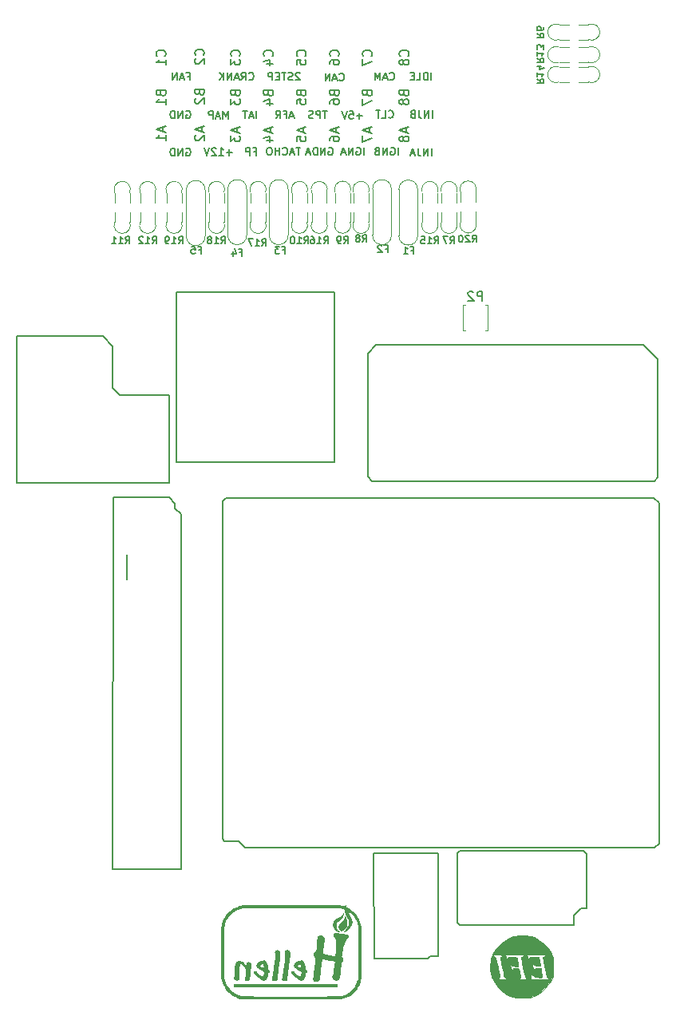
<source format=gbo>
G04 #@! TF.GenerationSoftware,KiCad,Pcbnew,(6.0.0-rc1-458-g78ff9a857a-dirty)*
G04 #@! TF.CreationDate,2021-12-28T16:58:17+02:00*
G04 #@! TF.ProjectId,alphax_2ch,616c7068-6178-45f3-9263-682e6b696361,b*
G04 #@! TF.SameCoordinates,PX141f5e0PYa2cace0*
G04 #@! TF.FileFunction,Legend,Bot*
G04 #@! TF.FilePolarity,Positive*
%FSLAX46Y46*%
G04 Gerber Fmt 4.6, Leading zero omitted, Abs format (unit mm)*
G04 Created by KiCad (PCBNEW (6.0.0-rc1-458-g78ff9a857a-dirty)) date 2021-12-28 16:58:17*
%MOMM*%
%LPD*%
G01*
G04 APERTURE LIST*
%ADD10C,0.170000*%
%ADD11C,0.130000*%
%ADD12C,0.127000*%
%ADD13C,0.150000*%
%ADD14C,0.200000*%
%ADD15C,0.099060*%
%ADD16C,0.120000*%
%ADD17C,0.002540*%
G04 APERTURE END LIST*
D10*
X53793786Y90361986D02*
X53793786Y91161986D01*
X52993786Y91123890D02*
X53069977Y91161986D01*
X53184262Y91161986D01*
X53298548Y91123890D01*
X53374739Y91047700D01*
X53412834Y90971510D01*
X53450929Y90819129D01*
X53450929Y90704843D01*
X53412834Y90552462D01*
X53374739Y90476271D01*
X53298548Y90400081D01*
X53184262Y90361986D01*
X53108072Y90361986D01*
X52993786Y90400081D01*
X52955691Y90438176D01*
X52955691Y90704843D01*
X53108072Y90704843D01*
X52612834Y90361986D02*
X52612834Y91161986D01*
X52155691Y90361986D01*
X52155691Y91161986D01*
X51508072Y90781033D02*
X51393786Y90742938D01*
X51355691Y90704843D01*
X51317596Y90628652D01*
X51317596Y90514367D01*
X51355691Y90438176D01*
X51393786Y90400081D01*
X51469977Y90361986D01*
X51774739Y90361986D01*
X51774739Y91161986D01*
X51508072Y91161986D01*
X51431881Y91123890D01*
X51393786Y91085795D01*
X51355691Y91009605D01*
X51355691Y90933414D01*
X51393786Y90857224D01*
X51431881Y90819129D01*
X51508072Y90781033D01*
X51774739Y90781033D01*
X37944244Y98369395D02*
X37982339Y98331300D01*
X38096625Y98293205D01*
X38172816Y98293205D01*
X38287101Y98331300D01*
X38363292Y98407490D01*
X38401387Y98483681D01*
X38439482Y98636062D01*
X38439482Y98750348D01*
X38401387Y98902729D01*
X38363292Y98978919D01*
X38287101Y99055109D01*
X38172816Y99093205D01*
X38096625Y99093205D01*
X37982339Y99055109D01*
X37944244Y99017014D01*
X37144244Y98293205D02*
X37410911Y98674157D01*
X37601387Y98293205D02*
X37601387Y99093205D01*
X37296625Y99093205D01*
X37220435Y99055109D01*
X37182339Y99017014D01*
X37144244Y98940824D01*
X37144244Y98826538D01*
X37182339Y98750348D01*
X37220435Y98712252D01*
X37296625Y98674157D01*
X37601387Y98674157D01*
X36839482Y98521776D02*
X36458530Y98521776D01*
X36915673Y98293205D02*
X36649006Y99093205D01*
X36382339Y98293205D01*
X36115673Y98293205D02*
X36115673Y99093205D01*
X35658530Y98293205D01*
X35658530Y99093205D01*
X35277578Y98293205D02*
X35277578Y99093205D01*
X34820435Y98293205D02*
X35163292Y98750348D01*
X34820435Y99093205D02*
X35277578Y98636062D01*
X57289025Y98328095D02*
X57289025Y99128095D01*
X56908072Y98328095D02*
X56908072Y99128095D01*
X56717596Y99128095D01*
X56603311Y99089999D01*
X56527120Y99013809D01*
X56489025Y98937619D01*
X56450930Y98785238D01*
X56450930Y98670952D01*
X56489025Y98518571D01*
X56527120Y98442380D01*
X56603311Y98366190D01*
X56717596Y98328095D01*
X56908072Y98328095D01*
X55727120Y98328095D02*
X56108072Y98328095D01*
X56108072Y99128095D01*
X55460453Y98747142D02*
X55193787Y98747142D01*
X55079501Y98328095D02*
X55460453Y98328095D01*
X55460453Y99128095D01*
X55079501Y99128095D01*
X46222449Y95045952D02*
X45765306Y95045952D01*
X45993878Y94245952D02*
X45993878Y95045952D01*
X45498640Y94245952D02*
X45498640Y95045952D01*
X45193878Y95045952D01*
X45117687Y95007856D01*
X45079592Y94969761D01*
X45041497Y94893571D01*
X45041497Y94779285D01*
X45079592Y94703095D01*
X45117687Y94664999D01*
X45193878Y94626904D01*
X45498640Y94626904D01*
X44736735Y94284047D02*
X44622449Y94245952D01*
X44431973Y94245952D01*
X44355783Y94284047D01*
X44317687Y94322142D01*
X44279592Y94398333D01*
X44279592Y94474523D01*
X44317687Y94550714D01*
X44355783Y94588809D01*
X44431973Y94626904D01*
X44584354Y94664999D01*
X44660545Y94703095D01*
X44698640Y94741190D01*
X44736735Y94817380D01*
X44736735Y94893571D01*
X44698640Y94969761D01*
X44660545Y95007856D01*
X44584354Y95045952D01*
X44393878Y95045952D01*
X44279592Y95007856D01*
X57304867Y90292205D02*
X57304867Y91092205D01*
X56923915Y90292205D02*
X56923915Y91092205D01*
X56466772Y90292205D01*
X56466772Y91092205D01*
X55857248Y91092205D02*
X55857248Y90520776D01*
X55895343Y90406490D01*
X55971534Y90330300D01*
X56085820Y90292205D01*
X56162010Y90292205D01*
X55514391Y90520776D02*
X55133439Y90520776D01*
X55590581Y90292205D02*
X55323915Y91092205D01*
X55057248Y90292205D01*
X47541497Y98299615D02*
X47579592Y98261520D01*
X47693878Y98223425D01*
X47770069Y98223425D01*
X47884354Y98261520D01*
X47960545Y98337710D01*
X47998640Y98413901D01*
X48036735Y98566282D01*
X48036735Y98680568D01*
X47998640Y98832949D01*
X47960545Y98909139D01*
X47884354Y98985329D01*
X47770069Y99023425D01*
X47693878Y99023425D01*
X47579592Y98985329D01*
X47541497Y98947234D01*
X47236735Y98451996D02*
X46855783Y98451996D01*
X47312926Y98223425D02*
X47046259Y99023425D01*
X46779592Y98223425D01*
X46512926Y98223425D02*
X46512926Y99023425D01*
X46055783Y98223425D01*
X46055783Y99023425D01*
X38450838Y90746142D02*
X38717504Y90746142D01*
X38717504Y90327095D02*
X38717504Y91127095D01*
X38336552Y91127095D01*
X38031790Y90327095D02*
X38031790Y91127095D01*
X37727028Y91127095D01*
X37650838Y91088999D01*
X37612743Y91050904D01*
X37574647Y90974714D01*
X37574647Y90860428D01*
X37612743Y90784238D01*
X37650838Y90746142D01*
X37727028Y90708047D01*
X38031790Y90708047D01*
X50142962Y90361986D02*
X50142962Y91161986D01*
X49342962Y91123890D02*
X49419153Y91161986D01*
X49533438Y91161986D01*
X49647724Y91123890D01*
X49723915Y91047700D01*
X49762010Y90971510D01*
X49800105Y90819129D01*
X49800105Y90704843D01*
X49762010Y90552462D01*
X49723915Y90476271D01*
X49647724Y90400081D01*
X49533438Y90361986D01*
X49457248Y90361986D01*
X49342962Y90400081D01*
X49304867Y90438176D01*
X49304867Y90704843D01*
X49457248Y90704843D01*
X48962010Y90361986D02*
X48962010Y91161986D01*
X48504867Y90361986D01*
X48504867Y91161986D01*
X48162010Y90590557D02*
X47781058Y90590557D01*
X48238200Y90361986D02*
X47971534Y91161986D01*
X47704867Y90361986D01*
X52746351Y94357032D02*
X52784446Y94318937D01*
X52898732Y94280842D01*
X52974922Y94280842D01*
X53089208Y94318937D01*
X53165399Y94395127D01*
X53203494Y94471318D01*
X53241589Y94623699D01*
X53241589Y94737985D01*
X53203494Y94890366D01*
X53165399Y94966556D01*
X53089208Y95042746D01*
X52974922Y95080842D01*
X52898732Y95080842D01*
X52784446Y95042746D01*
X52746351Y95004651D01*
X52022541Y94280842D02*
X52403494Y94280842D01*
X52403494Y95080842D01*
X51870160Y95080842D02*
X51413018Y95080842D01*
X51641589Y94280842D02*
X51641589Y95080842D01*
X31273273Y91054109D02*
X31349464Y91092205D01*
X31463750Y91092205D01*
X31578035Y91054109D01*
X31654226Y90977919D01*
X31692321Y90901729D01*
X31730416Y90749348D01*
X31730416Y90635062D01*
X31692321Y90482681D01*
X31654226Y90406490D01*
X31578035Y90330300D01*
X31463750Y90292205D01*
X31387559Y90292205D01*
X31273273Y90330300D01*
X31235178Y90368395D01*
X31235178Y90635062D01*
X31387559Y90635062D01*
X30892321Y90292205D02*
X30892321Y91092205D01*
X30435178Y90292205D01*
X30435178Y91092205D01*
X30054226Y90292205D02*
X30054226Y91092205D01*
X29863750Y91092205D01*
X29749464Y91054109D01*
X29673273Y90977919D01*
X29635178Y90901729D01*
X29597083Y90749348D01*
X29597083Y90635062D01*
X29635178Y90482681D01*
X29673273Y90406490D01*
X29749464Y90330300D01*
X29863750Y90292205D01*
X30054226Y90292205D01*
X31273273Y95031582D02*
X31349464Y95069678D01*
X31463750Y95069678D01*
X31578035Y95031582D01*
X31654226Y94955392D01*
X31692321Y94879202D01*
X31730416Y94726821D01*
X31730416Y94612535D01*
X31692321Y94460154D01*
X31654226Y94383963D01*
X31578035Y94307773D01*
X31463750Y94269678D01*
X31387559Y94269678D01*
X31273273Y94307773D01*
X31235178Y94345868D01*
X31235178Y94612535D01*
X31387559Y94612535D01*
X30892321Y94269678D02*
X30892321Y95069678D01*
X30435178Y94269678D01*
X30435178Y95069678D01*
X30054226Y94269678D02*
X30054226Y95069678D01*
X29863750Y95069678D01*
X29749464Y95031582D01*
X29673273Y94955392D01*
X29635178Y94879202D01*
X29597083Y94726821D01*
X29597083Y94612535D01*
X29635178Y94460154D01*
X29673273Y94383963D01*
X29749464Y94307773D01*
X29863750Y94269678D01*
X30054226Y94269678D01*
X57396900Y94280842D02*
X57396900Y95080842D01*
X57015948Y94280842D02*
X57015948Y95080842D01*
X56558805Y94280842D01*
X56558805Y95080842D01*
X55949281Y95080842D02*
X55949281Y94509413D01*
X55987376Y94395127D01*
X56063567Y94318937D01*
X56177852Y94280842D01*
X56254043Y94280842D01*
X55301662Y94699889D02*
X55187376Y94661794D01*
X55149281Y94623699D01*
X55111186Y94547508D01*
X55111186Y94433223D01*
X55149281Y94357032D01*
X55187376Y94318937D01*
X55263567Y94280842D01*
X55568329Y94280842D01*
X55568329Y95080842D01*
X55301662Y95080842D01*
X55225471Y95042746D01*
X55187376Y95004651D01*
X55149281Y94928461D01*
X55149281Y94852270D01*
X55187376Y94776080D01*
X55225471Y94737985D01*
X55301662Y94699889D01*
X55568329Y94699889D01*
X42657248Y94474523D02*
X42276295Y94474523D01*
X42733438Y94245952D02*
X42466772Y95045952D01*
X42200105Y94245952D01*
X41666772Y94664999D02*
X41933438Y94664999D01*
X41933438Y94245952D02*
X41933438Y95045952D01*
X41552486Y95045952D01*
X40790581Y94245952D02*
X41057248Y94626904D01*
X41247724Y94245952D02*
X41247724Y95045952D01*
X40942962Y95045952D01*
X40866772Y95007856D01*
X40828676Y94969761D01*
X40790581Y94893571D01*
X40790581Y94779285D01*
X40828676Y94703095D01*
X40866772Y94664999D01*
X40942962Y94626904D01*
X41247724Y94626904D01*
X43330325Y99017014D02*
X43292230Y99055109D01*
X43216039Y99093205D01*
X43025563Y99093205D01*
X42949373Y99055109D01*
X42911277Y99017014D01*
X42873182Y98940824D01*
X42873182Y98864633D01*
X42911277Y98750348D01*
X43368420Y98293205D01*
X42873182Y98293205D01*
X42568420Y98331300D02*
X42454135Y98293205D01*
X42263658Y98293205D01*
X42187468Y98331300D01*
X42149373Y98369395D01*
X42111277Y98445586D01*
X42111277Y98521776D01*
X42149373Y98597967D01*
X42187468Y98636062D01*
X42263658Y98674157D01*
X42416039Y98712252D01*
X42492230Y98750348D01*
X42530325Y98788443D01*
X42568420Y98864633D01*
X42568420Y98940824D01*
X42530325Y99017014D01*
X42492230Y99055109D01*
X42416039Y99093205D01*
X42225563Y99093205D01*
X42111277Y99055109D01*
X41882706Y99093205D02*
X41425563Y99093205D01*
X41654135Y98293205D02*
X41654135Y99093205D01*
X41158896Y98712252D02*
X40892230Y98712252D01*
X40777944Y98293205D02*
X41158896Y98293205D01*
X41158896Y99093205D01*
X40777944Y99093205D01*
X40435087Y98293205D02*
X40435087Y99093205D01*
X40130325Y99093205D01*
X40054135Y99055109D01*
X40016039Y99017014D01*
X39977944Y98940824D01*
X39977944Y98826538D01*
X40016039Y98750348D01*
X40054135Y98712252D01*
X40130325Y98674157D01*
X40435087Y98674157D01*
X52882888Y98369395D02*
X52920984Y98331300D01*
X53035269Y98293205D01*
X53111460Y98293205D01*
X53225746Y98331300D01*
X53301936Y98407490D01*
X53340031Y98483681D01*
X53378127Y98636062D01*
X53378127Y98750348D01*
X53340031Y98902729D01*
X53301936Y98978919D01*
X53225746Y99055109D01*
X53111460Y99093205D01*
X53035269Y99093205D01*
X52920984Y99055109D01*
X52882888Y99017014D01*
X52578127Y98521776D02*
X52197174Y98521776D01*
X52654317Y98293205D02*
X52387650Y99093205D01*
X52120984Y98293205D01*
X51854317Y98293205D02*
X51854317Y99093205D01*
X51587650Y98521776D01*
X51320984Y99093205D01*
X51320984Y98293205D01*
X31416040Y98712252D02*
X31682706Y98712252D01*
X31682706Y98293205D02*
X31682706Y99093205D01*
X31301754Y99093205D01*
X31035087Y98521776D02*
X30654135Y98521776D01*
X31111278Y98293205D02*
X30844611Y99093205D01*
X30577944Y98293205D01*
X30311278Y98293205D02*
X30311278Y99093205D01*
X29854135Y98293205D01*
X29854135Y99093205D01*
X46409537Y91123890D02*
X46485728Y91161986D01*
X46600014Y91161986D01*
X46714299Y91123890D01*
X46790490Y91047700D01*
X46828585Y90971510D01*
X46866680Y90819129D01*
X46866680Y90704843D01*
X46828585Y90552462D01*
X46790490Y90476271D01*
X46714299Y90400081D01*
X46600014Y90361986D01*
X46523823Y90361986D01*
X46409537Y90400081D01*
X46371442Y90438176D01*
X46371442Y90704843D01*
X46523823Y90704843D01*
X46028585Y90361986D02*
X46028585Y91161986D01*
X45571442Y90361986D01*
X45571442Y91161986D01*
X45190490Y90361986D02*
X45190490Y91161986D01*
X45000014Y91161986D01*
X44885728Y91123890D01*
X44809537Y91047700D01*
X44771442Y90971510D01*
X44733347Y90819129D01*
X44733347Y90704843D01*
X44771442Y90552462D01*
X44809537Y90476271D01*
X44885728Y90400081D01*
X45000014Y90361986D01*
X45190490Y90361986D01*
X44428585Y90590557D02*
X44047633Y90590557D01*
X44504776Y90361986D02*
X44238109Y91161986D01*
X43971442Y90361986D01*
X49974739Y94515824D02*
X49365215Y94515824D01*
X49669977Y94211062D02*
X49669977Y94820586D01*
X48603310Y95011062D02*
X48984263Y95011062D01*
X49022358Y94630109D01*
X48984263Y94668205D01*
X48908072Y94706300D01*
X48717596Y94706300D01*
X48641406Y94668205D01*
X48603310Y94630109D01*
X48565215Y94553919D01*
X48565215Y94363443D01*
X48603310Y94287252D01*
X48641406Y94249157D01*
X48717596Y94211062D01*
X48908072Y94211062D01*
X48984263Y94249157D01*
X49022358Y94287252D01*
X48336644Y95011062D02*
X48069977Y94211062D01*
X47803310Y95011062D01*
X35720526Y94211062D02*
X35720526Y95011062D01*
X35453860Y94439633D01*
X35187193Y95011062D01*
X35187193Y94211062D01*
X34844336Y94439633D02*
X34463383Y94439633D01*
X34920526Y94211062D02*
X34653860Y95011062D01*
X34387193Y94211062D01*
X34120526Y94211062D02*
X34120526Y95011062D01*
X33815764Y95011062D01*
X33739574Y94972966D01*
X33701479Y94934871D01*
X33663383Y94858681D01*
X33663383Y94744395D01*
X33701479Y94668205D01*
X33739574Y94630109D01*
X33815764Y94592014D01*
X34120526Y94592014D01*
X38708073Y94245952D02*
X38708073Y95045952D01*
X38365215Y94474523D02*
X37984263Y94474523D01*
X38441406Y94245952D02*
X38174739Y95045952D01*
X37908073Y94245952D01*
X37755692Y95045952D02*
X37298549Y95045952D01*
X37527120Y94245952D02*
X37527120Y95045952D01*
X36155416Y90631857D02*
X35545893Y90631857D01*
X35850654Y90327095D02*
X35850654Y90936619D01*
X34745893Y90327095D02*
X35203035Y90327095D01*
X34974464Y90327095D02*
X34974464Y91127095D01*
X35050654Y91012809D01*
X35126845Y90936619D01*
X35203035Y90898523D01*
X34441131Y91050904D02*
X34403035Y91088999D01*
X34326845Y91127095D01*
X34136369Y91127095D01*
X34060178Y91088999D01*
X34022083Y91050904D01*
X33983988Y90974714D01*
X33983988Y90898523D01*
X34022083Y90784238D01*
X34479226Y90327095D01*
X33983988Y90327095D01*
X33755416Y91127095D02*
X33488750Y90327095D01*
X33222083Y91127095D01*
X43393878Y91161986D02*
X42936735Y91161986D01*
X43165307Y90361986D02*
X43165307Y91161986D01*
X42708164Y90590557D02*
X42327212Y90590557D01*
X42784355Y90361986D02*
X42517688Y91161986D01*
X42251021Y90361986D01*
X41527212Y90438176D02*
X41565307Y90400081D01*
X41679593Y90361986D01*
X41755783Y90361986D01*
X41870069Y90400081D01*
X41946259Y90476271D01*
X41984355Y90552462D01*
X42022450Y90704843D01*
X42022450Y90819129D01*
X41984355Y90971510D01*
X41946259Y91047700D01*
X41870069Y91123890D01*
X41755783Y91161986D01*
X41679593Y91161986D01*
X41565307Y91123890D01*
X41527212Y91085795D01*
X41184355Y90361986D02*
X41184355Y91161986D01*
X41184355Y90781033D02*
X40727212Y90781033D01*
X40727212Y90361986D02*
X40727212Y91161986D01*
X40193878Y91161986D02*
X40041497Y91161986D01*
X39965307Y91123890D01*
X39889116Y91047700D01*
X39851021Y90895319D01*
X39851021Y90628652D01*
X39889116Y90476271D01*
X39965307Y90400081D01*
X40041497Y90361986D01*
X40193878Y90361986D01*
X40270069Y90400081D01*
X40346259Y90476271D01*
X40384355Y90628652D01*
X40384355Y90895319D01*
X40346259Y91047700D01*
X40270069Y91123890D01*
X40193878Y91161986D01*
D11*
G04 #@! TO.C,R8*
X49992467Y81135007D02*
X50242467Y81492150D01*
X50421038Y81135007D02*
X50421038Y81885007D01*
X50135324Y81885007D01*
X50063895Y81849292D01*
X50028181Y81813578D01*
X49992467Y81742150D01*
X49992467Y81635007D01*
X50028181Y81563578D01*
X50063895Y81527864D01*
X50135324Y81492150D01*
X50421038Y81492150D01*
X49563895Y81563578D02*
X49635324Y81599292D01*
X49671038Y81635007D01*
X49706752Y81706435D01*
X49706752Y81742150D01*
X49671038Y81813578D01*
X49635324Y81849292D01*
X49563895Y81885007D01*
X49421038Y81885007D01*
X49349609Y81849292D01*
X49313895Y81813578D01*
X49278181Y81742150D01*
X49278181Y81706435D01*
X49313895Y81635007D01*
X49349609Y81599292D01*
X49421038Y81563578D01*
X49563895Y81563578D01*
X49635324Y81527864D01*
X49671038Y81492150D01*
X49706752Y81420721D01*
X49706752Y81277864D01*
X49671038Y81206435D01*
X49635324Y81170721D01*
X49563895Y81135007D01*
X49421038Y81135007D01*
X49349609Y81170721D01*
X49313895Y81206435D01*
X49278181Y81277864D01*
X49278181Y81420721D01*
X49313895Y81492150D01*
X49349609Y81527864D01*
X49421038Y81563578D01*
D12*
G04 #@! TO.C,R9*
X48009571Y80978335D02*
X48263571Y81341192D01*
X48444999Y80978335D02*
X48444999Y81740335D01*
X48154713Y81740335D01*
X48082142Y81704049D01*
X48045856Y81667764D01*
X48009571Y81595192D01*
X48009571Y81486335D01*
X48045856Y81413764D01*
X48082142Y81377478D01*
X48154713Y81341192D01*
X48444999Y81341192D01*
X47646713Y80978335D02*
X47501571Y80978335D01*
X47428999Y81014621D01*
X47392713Y81050907D01*
X47320142Y81159764D01*
X47283856Y81304907D01*
X47283856Y81595192D01*
X47320142Y81667764D01*
X47356428Y81704049D01*
X47428999Y81740335D01*
X47574142Y81740335D01*
X47646713Y81704049D01*
X47682999Y81667764D01*
X47719285Y81595192D01*
X47719285Y81413764D01*
X47682999Y81341192D01*
X47646713Y81304907D01*
X47574142Y81268621D01*
X47428999Y81268621D01*
X47356428Y81304907D01*
X47320142Y81341192D01*
X47283856Y81413764D01*
G04 #@! TO.C,F4*
X36954000Y80054429D02*
X37208000Y80054429D01*
X37208000Y79655286D02*
X37208000Y80417286D01*
X36845142Y80417286D01*
X36228285Y80163286D02*
X36228285Y79655286D01*
X36409714Y80453572D02*
X36591142Y79909286D01*
X36119428Y79909286D01*
D10*
G04 #@! TO.C,P2*
X62696095Y74897620D02*
X62696095Y75897620D01*
X62315142Y75897620D01*
X62219904Y75850000D01*
X62172285Y75802381D01*
X62124666Y75707143D01*
X62124666Y75564286D01*
X62172285Y75469048D01*
X62219904Y75421429D01*
X62315142Y75373810D01*
X62696095Y75373810D01*
X61743714Y75802381D02*
X61696095Y75850000D01*
X61600857Y75897620D01*
X61362761Y75897620D01*
X61267523Y75850000D01*
X61219904Y75802381D01*
X61172285Y75707143D01*
X61172285Y75611905D01*
X61219904Y75469048D01*
X61791333Y74897620D01*
X61172285Y74897620D01*
D11*
G04 #@! TO.C,R11*
X24848142Y80952715D02*
X25098142Y81309858D01*
X25276714Y80952715D02*
X25276714Y81702715D01*
X24991000Y81702715D01*
X24919571Y81667000D01*
X24883857Y81631286D01*
X24848142Y81559858D01*
X24848142Y81452715D01*
X24883857Y81381286D01*
X24919571Y81345572D01*
X24991000Y81309858D01*
X25276714Y81309858D01*
X24133857Y80952715D02*
X24562428Y80952715D01*
X24348142Y80952715D02*
X24348142Y81702715D01*
X24419571Y81595572D01*
X24491000Y81524143D01*
X24562428Y81488429D01*
X23419571Y80952715D02*
X23848142Y80952715D01*
X23633857Y80952715D02*
X23633857Y81702715D01*
X23705285Y81595572D01*
X23776714Y81524143D01*
X23848142Y81488429D01*
G04 #@! TO.C,R6*
X68476714Y103275000D02*
X68833857Y103025000D01*
X68476714Y102846429D02*
X69226714Y102846429D01*
X69226714Y103132143D01*
X69191000Y103203572D01*
X69155285Y103239286D01*
X69083857Y103275000D01*
X68976714Y103275000D01*
X68905285Y103239286D01*
X68869571Y103203572D01*
X68833857Y103132143D01*
X68833857Y102846429D01*
X69226714Y103917858D02*
X69226714Y103775000D01*
X69191000Y103703572D01*
X69155285Y103667858D01*
X69048142Y103596429D01*
X68905285Y103560715D01*
X68619571Y103560715D01*
X68548142Y103596429D01*
X68512428Y103632143D01*
X68476714Y103703572D01*
X68476714Y103846429D01*
X68512428Y103917858D01*
X68548142Y103953572D01*
X68619571Y103989286D01*
X68798142Y103989286D01*
X68869571Y103953572D01*
X68905285Y103917858D01*
X68941000Y103846429D01*
X68941000Y103703572D01*
X68905285Y103632143D01*
X68869571Y103596429D01*
X68798142Y103560715D01*
G04 #@! TO.C,R17*
X39326142Y80698715D02*
X39576142Y81055858D01*
X39754714Y80698715D02*
X39754714Y81448715D01*
X39469000Y81448715D01*
X39397571Y81413000D01*
X39361857Y81377286D01*
X39326142Y81305858D01*
X39326142Y81198715D01*
X39361857Y81127286D01*
X39397571Y81091572D01*
X39469000Y81055858D01*
X39754714Y81055858D01*
X38611857Y80698715D02*
X39040428Y80698715D01*
X38826142Y80698715D02*
X38826142Y81448715D01*
X38897571Y81341572D01*
X38969000Y81270143D01*
X39040428Y81234429D01*
X38361857Y81448715D02*
X37861857Y81448715D01*
X38183285Y80698715D01*
G04 #@! TO.C,R16*
X45882142Y80952715D02*
X46132142Y81309858D01*
X46310714Y80952715D02*
X46310714Y81702715D01*
X46025000Y81702715D01*
X45953571Y81667000D01*
X45917857Y81631286D01*
X45882142Y81559858D01*
X45882142Y81452715D01*
X45917857Y81381286D01*
X45953571Y81345572D01*
X46025000Y81309858D01*
X46310714Y81309858D01*
X45167857Y80952715D02*
X45596428Y80952715D01*
X45382142Y80952715D02*
X45382142Y81702715D01*
X45453571Y81595572D01*
X45525000Y81524143D01*
X45596428Y81488429D01*
X44525000Y81702715D02*
X44667857Y81702715D01*
X44739285Y81667000D01*
X44775000Y81631286D01*
X44846428Y81524143D01*
X44882142Y81381286D01*
X44882142Y81095572D01*
X44846428Y81024143D01*
X44810714Y80988429D01*
X44739285Y80952715D01*
X44596428Y80952715D01*
X44525000Y80988429D01*
X44489285Y81024143D01*
X44453571Y81095572D01*
X44453571Y81274143D01*
X44489285Y81345572D01*
X44525000Y81381286D01*
X44596428Y81417000D01*
X44739285Y81417000D01*
X44810714Y81381286D01*
X44846428Y81345572D01*
X44882142Y81274143D01*
D12*
G04 #@! TO.C,R10*
X43789857Y80955286D02*
X44043857Y81318143D01*
X44225285Y80955286D02*
X44225285Y81717286D01*
X43935000Y81717286D01*
X43862428Y81681000D01*
X43826142Y81644715D01*
X43789857Y81572143D01*
X43789857Y81463286D01*
X43826142Y81390715D01*
X43862428Y81354429D01*
X43935000Y81318143D01*
X44225285Y81318143D01*
X43064142Y80955286D02*
X43499571Y80955286D01*
X43281857Y80955286D02*
X43281857Y81717286D01*
X43354428Y81608429D01*
X43427000Y81535858D01*
X43499571Y81499572D01*
X42592428Y81717286D02*
X42519857Y81717286D01*
X42447285Y81681000D01*
X42411000Y81644715D01*
X42374714Y81572143D01*
X42338428Y81427000D01*
X42338428Y81245572D01*
X42374714Y81100429D01*
X42411000Y81027858D01*
X42447285Y80991572D01*
X42519857Y80955286D01*
X42592428Y80955286D01*
X42665000Y80991572D01*
X42701285Y81027858D01*
X42737571Y81100429D01*
X42773857Y81245572D01*
X42773857Y81427000D01*
X42737571Y81572143D01*
X42701285Y81644715D01*
X42665000Y81681000D01*
X42592428Y81717286D01*
G04 #@! TO.C,R19*
X30489857Y80955286D02*
X30743857Y81318143D01*
X30925285Y80955286D02*
X30925285Y81717286D01*
X30635000Y81717286D01*
X30562428Y81681000D01*
X30526142Y81644715D01*
X30489857Y81572143D01*
X30489857Y81463286D01*
X30526142Y81390715D01*
X30562428Y81354429D01*
X30635000Y81318143D01*
X30925285Y81318143D01*
X29764142Y80955286D02*
X30199571Y80955286D01*
X29981857Y80955286D02*
X29981857Y81717286D01*
X30054428Y81608429D01*
X30127000Y81535858D01*
X30199571Y81499572D01*
X29401285Y80955286D02*
X29256142Y80955286D01*
X29183571Y80991572D01*
X29147285Y81027858D01*
X29074714Y81136715D01*
X29038428Y81281858D01*
X29038428Y81572143D01*
X29074714Y81644715D01*
X29111000Y81681000D01*
X29183571Y81717286D01*
X29328714Y81717286D01*
X29401285Y81681000D01*
X29437571Y81644715D01*
X29473857Y81572143D01*
X29473857Y81390715D01*
X29437571Y81318143D01*
X29401285Y81281858D01*
X29328714Y81245572D01*
X29183571Y81245572D01*
X29111000Y81281858D01*
X29074714Y81318143D01*
X29038428Y81390715D01*
G04 #@! TO.C,F1*
X55150000Y80254429D02*
X55404000Y80254429D01*
X55404000Y79855286D02*
X55404000Y80617286D01*
X55041142Y80617286D01*
X54351714Y79855286D02*
X54787142Y79855286D01*
X54569428Y79855286D02*
X54569428Y80617286D01*
X54642000Y80508429D01*
X54714571Y80435858D01*
X54787142Y80399572D01*
D11*
G04 #@! TO.C,R14*
X68476714Y98417858D02*
X68833857Y98167858D01*
X68476714Y97989286D02*
X69226714Y97989286D01*
X69226714Y98275000D01*
X69191000Y98346429D01*
X69155285Y98382143D01*
X69083857Y98417858D01*
X68976714Y98417858D01*
X68905285Y98382143D01*
X68869571Y98346429D01*
X68833857Y98275000D01*
X68833857Y97989286D01*
X68476714Y99132143D02*
X68476714Y98703572D01*
X68476714Y98917858D02*
X69226714Y98917858D01*
X69119571Y98846429D01*
X69048142Y98775000D01*
X69012428Y98703572D01*
X68976714Y99775000D02*
X68476714Y99775000D01*
X69262428Y99596429D02*
X68726714Y99417858D01*
X68726714Y99882143D01*
D12*
G04 #@! TO.C,F3*
X41504000Y80304429D02*
X41758000Y80304429D01*
X41758000Y79905286D02*
X41758000Y80667286D01*
X41395142Y80667286D01*
X41177428Y80667286D02*
X40705714Y80667286D01*
X40959714Y80377000D01*
X40850857Y80377000D01*
X40778285Y80340715D01*
X40742000Y80304429D01*
X40705714Y80231858D01*
X40705714Y80050429D01*
X40742000Y79977858D01*
X40778285Y79941572D01*
X40850857Y79905286D01*
X41068571Y79905286D01*
X41141142Y79941572D01*
X41177428Y79977858D01*
D11*
G04 #@! TO.C,R15*
X57614142Y80952715D02*
X57864142Y81309858D01*
X58042714Y80952715D02*
X58042714Y81702715D01*
X57757000Y81702715D01*
X57685571Y81667000D01*
X57649857Y81631286D01*
X57614142Y81559858D01*
X57614142Y81452715D01*
X57649857Y81381286D01*
X57685571Y81345572D01*
X57757000Y81309858D01*
X58042714Y81309858D01*
X56899857Y80952715D02*
X57328428Y80952715D01*
X57114142Y80952715D02*
X57114142Y81702715D01*
X57185571Y81595572D01*
X57257000Y81524143D01*
X57328428Y81488429D01*
X56221285Y81702715D02*
X56578428Y81702715D01*
X56614142Y81345572D01*
X56578428Y81381286D01*
X56507000Y81417000D01*
X56328428Y81417000D01*
X56257000Y81381286D01*
X56221285Y81345572D01*
X56185571Y81274143D01*
X56185571Y81095572D01*
X56221285Y81024143D01*
X56257000Y80988429D01*
X56328428Y80952715D01*
X56507000Y80952715D01*
X56578428Y80988429D01*
X56614142Y81024143D01*
D12*
G04 #@! TO.C,R7*
X59291000Y80955286D02*
X59545000Y81318143D01*
X59726428Y80955286D02*
X59726428Y81717286D01*
X59436142Y81717286D01*
X59363571Y81681000D01*
X59327285Y81644715D01*
X59291000Y81572143D01*
X59291000Y81463286D01*
X59327285Y81390715D01*
X59363571Y81354429D01*
X59436142Y81318143D01*
X59726428Y81318143D01*
X59037000Y81717286D02*
X58529000Y81717286D01*
X58855571Y80955286D01*
D11*
G04 #@! TO.C,R13*
X68476714Y100621858D02*
X68833857Y100371858D01*
X68476714Y100193286D02*
X69226714Y100193286D01*
X69226714Y100479000D01*
X69191000Y100550429D01*
X69155285Y100586143D01*
X69083857Y100621858D01*
X68976714Y100621858D01*
X68905285Y100586143D01*
X68869571Y100550429D01*
X68833857Y100479000D01*
X68833857Y100193286D01*
X68476714Y101336143D02*
X68476714Y100907572D01*
X68476714Y101121858D02*
X69226714Y101121858D01*
X69119571Y101050429D01*
X69048142Y100979000D01*
X69012428Y100907572D01*
X69226714Y101586143D02*
X69226714Y102050429D01*
X68941000Y101800429D01*
X68941000Y101907572D01*
X68905285Y101979000D01*
X68869571Y102014715D01*
X68798142Y102050429D01*
X68619571Y102050429D01*
X68548142Y102014715D01*
X68512428Y101979000D01*
X68476714Y101907572D01*
X68476714Y101693286D01*
X68512428Y101621858D01*
X68548142Y101586143D01*
G04 #@! TO.C,R20*
X61626093Y81107095D02*
X61876093Y81464238D01*
X62054665Y81107095D02*
X62054665Y81857095D01*
X61768951Y81857095D01*
X61697522Y81821380D01*
X61661808Y81785666D01*
X61626093Y81714238D01*
X61626093Y81607095D01*
X61661808Y81535666D01*
X61697522Y81499952D01*
X61768951Y81464238D01*
X62054665Y81464238D01*
X61340379Y81785666D02*
X61304665Y81821380D01*
X61233236Y81857095D01*
X61054665Y81857095D01*
X60983236Y81821380D01*
X60947522Y81785666D01*
X60911808Y81714238D01*
X60911808Y81642809D01*
X60947522Y81535666D01*
X61376093Y81107095D01*
X60911808Y81107095D01*
X60447522Y81857095D02*
X60376093Y81857095D01*
X60304665Y81821380D01*
X60268951Y81785666D01*
X60233236Y81714238D01*
X60197522Y81571380D01*
X60197522Y81392809D01*
X60233236Y81249952D01*
X60268951Y81178523D01*
X60304665Y81142809D01*
X60376093Y81107095D01*
X60447522Y81107095D01*
X60518951Y81142809D01*
X60554665Y81178523D01*
X60590379Y81249952D01*
X60626093Y81392809D01*
X60626093Y81571380D01*
X60590379Y81714238D01*
X60554665Y81785666D01*
X60518951Y81821380D01*
X60447522Y81857095D01*
D13*
G04 #@! TO.C,P1*
X47407142Y100865667D02*
X47454761Y100913286D01*
X47502380Y101056143D01*
X47502380Y101151381D01*
X47454761Y101294239D01*
X47359523Y101389477D01*
X47264285Y101437096D01*
X47073809Y101484715D01*
X46930952Y101484715D01*
X46740476Y101437096D01*
X46645238Y101389477D01*
X46550000Y101294239D01*
X46502380Y101151381D01*
X46502380Y101056143D01*
X46550000Y100913286D01*
X46597619Y100865667D01*
X46502380Y100008524D02*
X46502380Y100199000D01*
X46550000Y100294239D01*
X46597619Y100341858D01*
X46740476Y100437096D01*
X46930952Y100484715D01*
X47311904Y100484715D01*
X47407142Y100437096D01*
X47454761Y100389477D01*
X47502380Y100294239D01*
X47502380Y100103762D01*
X47454761Y100008524D01*
X47407142Y99960905D01*
X47311904Y99913286D01*
X47073809Y99913286D01*
X46978571Y99960905D01*
X46930952Y100008524D01*
X46883333Y100103762D01*
X46883333Y100294239D01*
X46930952Y100389477D01*
X46978571Y100437096D01*
X47073809Y100484715D01*
X54616666Y93213286D02*
X54616666Y92737096D01*
X54902380Y93308524D02*
X53902380Y92975191D01*
X54902380Y92641858D01*
X54330952Y92165667D02*
X54283333Y92260905D01*
X54235714Y92308524D01*
X54140476Y92356143D01*
X54092857Y92356143D01*
X53997619Y92308524D01*
X53950000Y92260905D01*
X53902380Y92165667D01*
X53902380Y91975191D01*
X53950000Y91879953D01*
X53997619Y91832334D01*
X54092857Y91784715D01*
X54140476Y91784715D01*
X54235714Y91832334D01*
X54283333Y91879953D01*
X54330952Y91975191D01*
X54330952Y92165667D01*
X54378571Y92260905D01*
X54426190Y92308524D01*
X54521428Y92356143D01*
X54711904Y92356143D01*
X54807142Y92308524D01*
X54854761Y92260905D01*
X54902380Y92165667D01*
X54902380Y91975191D01*
X54854761Y91879953D01*
X54807142Y91832334D01*
X54711904Y91784715D01*
X54521428Y91784715D01*
X54426190Y91832334D01*
X54378571Y91879953D01*
X54330952Y91975191D01*
X50907142Y100865667D02*
X50954761Y100913286D01*
X51002380Y101056143D01*
X51002380Y101151381D01*
X50954761Y101294239D01*
X50859523Y101389477D01*
X50764285Y101437096D01*
X50573809Y101484715D01*
X50430952Y101484715D01*
X50240476Y101437096D01*
X50145238Y101389477D01*
X50050000Y101294239D01*
X50002380Y101151381D01*
X50002380Y101056143D01*
X50050000Y100913286D01*
X50097619Y100865667D01*
X50002380Y100532334D02*
X50002380Y99865667D01*
X51002380Y100294239D01*
X40407142Y100865667D02*
X40454761Y100913286D01*
X40502380Y101056143D01*
X40502380Y101151381D01*
X40454761Y101294239D01*
X40359523Y101389477D01*
X40264285Y101437096D01*
X40073809Y101484715D01*
X39930952Y101484715D01*
X39740476Y101437096D01*
X39645238Y101389477D01*
X39550000Y101294239D01*
X39502380Y101151381D01*
X39502380Y101056143D01*
X39550000Y100913286D01*
X39597619Y100865667D01*
X39835714Y100008524D02*
X40502380Y100008524D01*
X39454761Y100246620D02*
X40169047Y100484715D01*
X40169047Y99865667D01*
X50716666Y93213286D02*
X50716666Y92737096D01*
X51002380Y93308524D02*
X50002380Y92975191D01*
X51002380Y92641858D01*
X50002380Y92403762D02*
X50002380Y91737096D01*
X51002380Y92165667D01*
X32916666Y93313286D02*
X32916666Y92837096D01*
X33202380Y93408524D02*
X32202380Y93075191D01*
X33202380Y92741858D01*
X32297619Y92456143D02*
X32250000Y92408524D01*
X32202380Y92313286D01*
X32202380Y92075191D01*
X32250000Y91979953D01*
X32297619Y91932334D01*
X32392857Y91884715D01*
X32488095Y91884715D01*
X32630952Y91932334D01*
X33202380Y92503762D01*
X33202380Y91884715D01*
X28816666Y93313286D02*
X28816666Y92837096D01*
X29102380Y93408524D02*
X28102380Y93075191D01*
X29102380Y92741858D01*
X29102380Y91884715D02*
X29102380Y92456143D01*
X29102380Y92170429D02*
X28102380Y92170429D01*
X28245238Y92265667D01*
X28340476Y92360905D01*
X28388095Y92456143D01*
X29007142Y100865667D02*
X29054761Y100913286D01*
X29102380Y101056143D01*
X29102380Y101151381D01*
X29054761Y101294239D01*
X28959523Y101389477D01*
X28864285Y101437096D01*
X28673809Y101484715D01*
X28530952Y101484715D01*
X28340476Y101437096D01*
X28245238Y101389477D01*
X28150000Y101294239D01*
X28102380Y101151381D01*
X28102380Y101056143D01*
X28150000Y100913286D01*
X28197619Y100865667D01*
X29102380Y99913286D02*
X29102380Y100484715D01*
X29102380Y100199000D02*
X28102380Y100199000D01*
X28245238Y100294239D01*
X28340476Y100389477D01*
X28388095Y100484715D01*
X39978571Y96903762D02*
X40026190Y96760905D01*
X40073809Y96713286D01*
X40169047Y96665667D01*
X40311904Y96665667D01*
X40407142Y96713286D01*
X40454761Y96760905D01*
X40502380Y96856143D01*
X40502380Y97237096D01*
X39502380Y97237096D01*
X39502380Y96903762D01*
X39550000Y96808524D01*
X39597619Y96760905D01*
X39692857Y96713286D01*
X39788095Y96713286D01*
X39883333Y96760905D01*
X39930952Y96808524D01*
X39978571Y96903762D01*
X39978571Y97237096D01*
X39835714Y95808524D02*
X40502380Y95808524D01*
X39454761Y96046620D02*
X40169047Y96284715D01*
X40169047Y95665667D01*
X33107142Y100965667D02*
X33154761Y101013286D01*
X33202380Y101156143D01*
X33202380Y101251381D01*
X33154761Y101394239D01*
X33059523Y101489477D01*
X32964285Y101537096D01*
X32773809Y101584715D01*
X32630952Y101584715D01*
X32440476Y101537096D01*
X32345238Y101489477D01*
X32250000Y101394239D01*
X32202380Y101251381D01*
X32202380Y101156143D01*
X32250000Y101013286D01*
X32297619Y100965667D01*
X32297619Y100584715D02*
X32250000Y100537096D01*
X32202380Y100441858D01*
X32202380Y100203762D01*
X32250000Y100108524D01*
X32297619Y100060905D01*
X32392857Y100013286D01*
X32488095Y100013286D01*
X32630952Y100060905D01*
X33202380Y100632334D01*
X33202380Y100013286D01*
X47216666Y93213286D02*
X47216666Y92737096D01*
X47502380Y93308524D02*
X46502380Y92975191D01*
X47502380Y92641858D01*
X46502380Y91879953D02*
X46502380Y92070429D01*
X46550000Y92165667D01*
X46597619Y92213286D01*
X46740476Y92308524D01*
X46930952Y92356143D01*
X47311904Y92356143D01*
X47407142Y92308524D01*
X47454761Y92260905D01*
X47502380Y92165667D01*
X47502380Y91975191D01*
X47454761Y91879953D01*
X47407142Y91832334D01*
X47311904Y91784715D01*
X47073809Y91784715D01*
X46978571Y91832334D01*
X46930952Y91879953D01*
X46883333Y91975191D01*
X46883333Y92165667D01*
X46930952Y92260905D01*
X46978571Y92308524D01*
X47073809Y92356143D01*
X28578571Y96903762D02*
X28626190Y96760905D01*
X28673809Y96713286D01*
X28769047Y96665667D01*
X28911904Y96665667D01*
X29007142Y96713286D01*
X29054761Y96760905D01*
X29102380Y96856143D01*
X29102380Y97237096D01*
X28102380Y97237096D01*
X28102380Y96903762D01*
X28150000Y96808524D01*
X28197619Y96760905D01*
X28292857Y96713286D01*
X28388095Y96713286D01*
X28483333Y96760905D01*
X28530952Y96808524D01*
X28578571Y96903762D01*
X28578571Y97237096D01*
X29102380Y95713286D02*
X29102380Y96284715D01*
X29102380Y95999000D02*
X28102380Y95999000D01*
X28245238Y96094239D01*
X28340476Y96189477D01*
X28388095Y96284715D01*
X43716666Y93213286D02*
X43716666Y92737096D01*
X44002380Y93308524D02*
X43002380Y92975191D01*
X44002380Y92641858D01*
X43002380Y91832334D02*
X43002380Y92308524D01*
X43478571Y92356143D01*
X43430952Y92308524D01*
X43383333Y92213286D01*
X43383333Y91975191D01*
X43430952Y91879953D01*
X43478571Y91832334D01*
X43573809Y91784715D01*
X43811904Y91784715D01*
X43907142Y91832334D01*
X43954761Y91879953D01*
X44002380Y91975191D01*
X44002380Y92213286D01*
X43954761Y92308524D01*
X43907142Y92356143D01*
X43907142Y100865667D02*
X43954761Y100913286D01*
X44002380Y101056143D01*
X44002380Y101151381D01*
X43954761Y101294239D01*
X43859523Y101389477D01*
X43764285Y101437096D01*
X43573809Y101484715D01*
X43430952Y101484715D01*
X43240476Y101437096D01*
X43145238Y101389477D01*
X43050000Y101294239D01*
X43002380Y101151381D01*
X43002380Y101056143D01*
X43050000Y100913286D01*
X43097619Y100865667D01*
X43002380Y99960905D02*
X43002380Y100437096D01*
X43478571Y100484715D01*
X43430952Y100437096D01*
X43383333Y100341858D01*
X43383333Y100103762D01*
X43430952Y100008524D01*
X43478571Y99960905D01*
X43573809Y99913286D01*
X43811904Y99913286D01*
X43907142Y99960905D01*
X43954761Y100008524D01*
X44002380Y100103762D01*
X44002380Y100341858D01*
X43954761Y100437096D01*
X43907142Y100484715D01*
X54378571Y96903762D02*
X54426190Y96760905D01*
X54473809Y96713286D01*
X54569047Y96665667D01*
X54711904Y96665667D01*
X54807142Y96713286D01*
X54854761Y96760905D01*
X54902380Y96856143D01*
X54902380Y97237096D01*
X53902380Y97237096D01*
X53902380Y96903762D01*
X53950000Y96808524D01*
X53997619Y96760905D01*
X54092857Y96713286D01*
X54188095Y96713286D01*
X54283333Y96760905D01*
X54330952Y96808524D01*
X54378571Y96903762D01*
X54378571Y97237096D01*
X54330952Y96094239D02*
X54283333Y96189477D01*
X54235714Y96237096D01*
X54140476Y96284715D01*
X54092857Y96284715D01*
X53997619Y96237096D01*
X53950000Y96189477D01*
X53902380Y96094239D01*
X53902380Y95903762D01*
X53950000Y95808524D01*
X53997619Y95760905D01*
X54092857Y95713286D01*
X54140476Y95713286D01*
X54235714Y95760905D01*
X54283333Y95808524D01*
X54330952Y95903762D01*
X54330952Y96094239D01*
X54378571Y96189477D01*
X54426190Y96237096D01*
X54521428Y96284715D01*
X54711904Y96284715D01*
X54807142Y96237096D01*
X54854761Y96189477D01*
X54902380Y96094239D01*
X54902380Y95903762D01*
X54854761Y95808524D01*
X54807142Y95760905D01*
X54711904Y95713286D01*
X54521428Y95713286D01*
X54426190Y95760905D01*
X54378571Y95808524D01*
X54330952Y95903762D01*
X36478571Y96903762D02*
X36526190Y96760905D01*
X36573809Y96713286D01*
X36669047Y96665667D01*
X36811904Y96665667D01*
X36907142Y96713286D01*
X36954761Y96760905D01*
X37002380Y96856143D01*
X37002380Y97237096D01*
X36002380Y97237096D01*
X36002380Y96903762D01*
X36050000Y96808524D01*
X36097619Y96760905D01*
X36192857Y96713286D01*
X36288095Y96713286D01*
X36383333Y96760905D01*
X36430952Y96808524D01*
X36478571Y96903762D01*
X36478571Y97237096D01*
X36002380Y96332334D02*
X36002380Y95713286D01*
X36383333Y96046620D01*
X36383333Y95903762D01*
X36430952Y95808524D01*
X36478571Y95760905D01*
X36573809Y95713286D01*
X36811904Y95713286D01*
X36907142Y95760905D01*
X36954761Y95808524D01*
X37002380Y95903762D01*
X37002380Y96189477D01*
X36954761Y96284715D01*
X36907142Y96332334D01*
X54807142Y100865667D02*
X54854761Y100913286D01*
X54902380Y101056143D01*
X54902380Y101151381D01*
X54854761Y101294239D01*
X54759523Y101389477D01*
X54664285Y101437096D01*
X54473809Y101484715D01*
X54330952Y101484715D01*
X54140476Y101437096D01*
X54045238Y101389477D01*
X53950000Y101294239D01*
X53902380Y101151381D01*
X53902380Y101056143D01*
X53950000Y100913286D01*
X53997619Y100865667D01*
X54330952Y100294239D02*
X54283333Y100389477D01*
X54235714Y100437096D01*
X54140476Y100484715D01*
X54092857Y100484715D01*
X53997619Y100437096D01*
X53950000Y100389477D01*
X53902380Y100294239D01*
X53902380Y100103762D01*
X53950000Y100008524D01*
X53997619Y99960905D01*
X54092857Y99913286D01*
X54140476Y99913286D01*
X54235714Y99960905D01*
X54283333Y100008524D01*
X54330952Y100103762D01*
X54330952Y100294239D01*
X54378571Y100389477D01*
X54426190Y100437096D01*
X54521428Y100484715D01*
X54711904Y100484715D01*
X54807142Y100437096D01*
X54854761Y100389477D01*
X54902380Y100294239D01*
X54902380Y100103762D01*
X54854761Y100008524D01*
X54807142Y99960905D01*
X54711904Y99913286D01*
X54521428Y99913286D01*
X54426190Y99960905D01*
X54378571Y100008524D01*
X54330952Y100103762D01*
X36716666Y93213286D02*
X36716666Y92737096D01*
X37002380Y93308524D02*
X36002380Y92975191D01*
X37002380Y92641858D01*
X36002380Y92403762D02*
X36002380Y91784715D01*
X36383333Y92118048D01*
X36383333Y91975191D01*
X36430952Y91879953D01*
X36478571Y91832334D01*
X36573809Y91784715D01*
X36811904Y91784715D01*
X36907142Y91832334D01*
X36954761Y91879953D01*
X37002380Y91975191D01*
X37002380Y92260905D01*
X36954761Y92356143D01*
X36907142Y92403762D01*
X43478571Y96903762D02*
X43526190Y96760905D01*
X43573809Y96713286D01*
X43669047Y96665667D01*
X43811904Y96665667D01*
X43907142Y96713286D01*
X43954761Y96760905D01*
X44002380Y96856143D01*
X44002380Y97237096D01*
X43002380Y97237096D01*
X43002380Y96903762D01*
X43050000Y96808524D01*
X43097619Y96760905D01*
X43192857Y96713286D01*
X43288095Y96713286D01*
X43383333Y96760905D01*
X43430952Y96808524D01*
X43478571Y96903762D01*
X43478571Y97237096D01*
X43002380Y95760905D02*
X43002380Y96237096D01*
X43478571Y96284715D01*
X43430952Y96237096D01*
X43383333Y96141858D01*
X43383333Y95903762D01*
X43430952Y95808524D01*
X43478571Y95760905D01*
X43573809Y95713286D01*
X43811904Y95713286D01*
X43907142Y95760905D01*
X43954761Y95808524D01*
X44002380Y95903762D01*
X44002380Y96141858D01*
X43954761Y96237096D01*
X43907142Y96284715D01*
X50478571Y96903762D02*
X50526190Y96760905D01*
X50573809Y96713286D01*
X50669047Y96665667D01*
X50811904Y96665667D01*
X50907142Y96713286D01*
X50954761Y96760905D01*
X51002380Y96856143D01*
X51002380Y97237096D01*
X50002380Y97237096D01*
X50002380Y96903762D01*
X50050000Y96808524D01*
X50097619Y96760905D01*
X50192857Y96713286D01*
X50288095Y96713286D01*
X50383333Y96760905D01*
X50430952Y96808524D01*
X50478571Y96903762D01*
X50478571Y97237096D01*
X50002380Y96332334D02*
X50002380Y95665667D01*
X51002380Y96094239D01*
X46978571Y96903762D02*
X47026190Y96760905D01*
X47073809Y96713286D01*
X47169047Y96665667D01*
X47311904Y96665667D01*
X47407142Y96713286D01*
X47454761Y96760905D01*
X47502380Y96856143D01*
X47502380Y97237096D01*
X46502380Y97237096D01*
X46502380Y96903762D01*
X46550000Y96808524D01*
X46597619Y96760905D01*
X46692857Y96713286D01*
X46788095Y96713286D01*
X46883333Y96760905D01*
X46930952Y96808524D01*
X46978571Y96903762D01*
X46978571Y97237096D01*
X46502380Y95808524D02*
X46502380Y95999000D01*
X46550000Y96094239D01*
X46597619Y96141858D01*
X46740476Y96237096D01*
X46930952Y96284715D01*
X47311904Y96284715D01*
X47407142Y96237096D01*
X47454761Y96189477D01*
X47502380Y96094239D01*
X47502380Y95903762D01*
X47454761Y95808524D01*
X47407142Y95760905D01*
X47311904Y95713286D01*
X47073809Y95713286D01*
X46978571Y95760905D01*
X46930952Y95808524D01*
X46883333Y95903762D01*
X46883333Y96094239D01*
X46930952Y96189477D01*
X46978571Y96237096D01*
X47073809Y96284715D01*
X32678571Y97003762D02*
X32726190Y96860905D01*
X32773809Y96813286D01*
X32869047Y96765667D01*
X33011904Y96765667D01*
X33107142Y96813286D01*
X33154761Y96860905D01*
X33202380Y96956143D01*
X33202380Y97337096D01*
X32202380Y97337096D01*
X32202380Y97003762D01*
X32250000Y96908524D01*
X32297619Y96860905D01*
X32392857Y96813286D01*
X32488095Y96813286D01*
X32583333Y96860905D01*
X32630952Y96908524D01*
X32678571Y97003762D01*
X32678571Y97337096D01*
X32297619Y96384715D02*
X32250000Y96337096D01*
X32202380Y96241858D01*
X32202380Y96003762D01*
X32250000Y95908524D01*
X32297619Y95860905D01*
X32392857Y95813286D01*
X32488095Y95813286D01*
X32630952Y95860905D01*
X33202380Y96432334D01*
X33202380Y95813286D01*
X36907142Y100865667D02*
X36954761Y100913286D01*
X37002380Y101056143D01*
X37002380Y101151381D01*
X36954761Y101294239D01*
X36859523Y101389477D01*
X36764285Y101437096D01*
X36573809Y101484715D01*
X36430952Y101484715D01*
X36240476Y101437096D01*
X36145238Y101389477D01*
X36050000Y101294239D01*
X36002380Y101151381D01*
X36002380Y101056143D01*
X36050000Y100913286D01*
X36097619Y100865667D01*
X36002380Y100532334D02*
X36002380Y99913286D01*
X36383333Y100246620D01*
X36383333Y100103762D01*
X36430952Y100008524D01*
X36478571Y99960905D01*
X36573809Y99913286D01*
X36811904Y99913286D01*
X36907142Y99960905D01*
X36954761Y100008524D01*
X37002380Y100103762D01*
X37002380Y100389477D01*
X36954761Y100484715D01*
X36907142Y100532334D01*
X40216666Y93213286D02*
X40216666Y92737096D01*
X40502380Y93308524D02*
X39502380Y92975191D01*
X40502380Y92641858D01*
X39835714Y91879953D02*
X40502380Y91879953D01*
X39454761Y92118048D02*
X40169047Y92356143D01*
X40169047Y91737096D01*
D11*
G04 #@! TO.C,R12*
X27682142Y80952715D02*
X27932142Y81309858D01*
X28110714Y80952715D02*
X28110714Y81702715D01*
X27825000Y81702715D01*
X27753571Y81667000D01*
X27717857Y81631286D01*
X27682142Y81559858D01*
X27682142Y81452715D01*
X27717857Y81381286D01*
X27753571Y81345572D01*
X27825000Y81309858D01*
X28110714Y81309858D01*
X26967857Y80952715D02*
X27396428Y80952715D01*
X27182142Y80952715D02*
X27182142Y81702715D01*
X27253571Y81595572D01*
X27325000Y81524143D01*
X27396428Y81488429D01*
X26682142Y81631286D02*
X26646428Y81667000D01*
X26575000Y81702715D01*
X26396428Y81702715D01*
X26325000Y81667000D01*
X26289285Y81631286D01*
X26253571Y81559858D01*
X26253571Y81488429D01*
X26289285Y81381286D01*
X26717857Y80952715D01*
X26253571Y80952715D01*
G04 #@! TO.C,R18*
X34982142Y80952715D02*
X35232142Y81309858D01*
X35410714Y80952715D02*
X35410714Y81702715D01*
X35125000Y81702715D01*
X35053571Y81667000D01*
X35017857Y81631286D01*
X34982142Y81559858D01*
X34982142Y81452715D01*
X35017857Y81381286D01*
X35053571Y81345572D01*
X35125000Y81309858D01*
X35410714Y81309858D01*
X34267857Y80952715D02*
X34696428Y80952715D01*
X34482142Y80952715D02*
X34482142Y81702715D01*
X34553571Y81595572D01*
X34625000Y81524143D01*
X34696428Y81488429D01*
X33839285Y81381286D02*
X33910714Y81417000D01*
X33946428Y81452715D01*
X33982142Y81524143D01*
X33982142Y81559858D01*
X33946428Y81631286D01*
X33910714Y81667000D01*
X33839285Y81702715D01*
X33696428Y81702715D01*
X33625000Y81667000D01*
X33589285Y81631286D01*
X33553571Y81559858D01*
X33553571Y81524143D01*
X33589285Y81452715D01*
X33625000Y81417000D01*
X33696428Y81381286D01*
X33839285Y81381286D01*
X33910714Y81345572D01*
X33946428Y81309858D01*
X33982142Y81238429D01*
X33982142Y81095572D01*
X33946428Y81024143D01*
X33910714Y80988429D01*
X33839285Y80952715D01*
X33696428Y80952715D01*
X33625000Y80988429D01*
X33589285Y81024143D01*
X33553571Y81095572D01*
X33553571Y81238429D01*
X33589285Y81309858D01*
X33625000Y81345572D01*
X33696428Y81381286D01*
D12*
G04 #@! TO.C,F5*
X32604000Y80304429D02*
X32858000Y80304429D01*
X32858000Y79905286D02*
X32858000Y80667286D01*
X32495142Y80667286D01*
X31842000Y80667286D02*
X32204857Y80667286D01*
X32241142Y80304429D01*
X32204857Y80340715D01*
X32132285Y80377000D01*
X31950857Y80377000D01*
X31878285Y80340715D01*
X31842000Y80304429D01*
X31805714Y80231858D01*
X31805714Y80050429D01*
X31842000Y79977858D01*
X31878285Y79941572D01*
X31950857Y79905286D01*
X32132285Y79905286D01*
X32204857Y79941572D01*
X32241142Y79977858D01*
G04 #@! TO.C,F2*
X52406000Y80404429D02*
X52660000Y80404429D01*
X52660000Y80005286D02*
X52660000Y80767286D01*
X52297142Y80767286D01*
X52043142Y80694715D02*
X52006857Y80731000D01*
X51934285Y80767286D01*
X51752857Y80767286D01*
X51680285Y80731000D01*
X51644000Y80694715D01*
X51607714Y80622143D01*
X51607714Y80549572D01*
X51644000Y80440715D01*
X52079428Y80005286D01*
X51607714Y80005286D01*
D14*
G04 #@! TO.C,M4*
X73163146Y10445112D02*
X73761855Y10445112D01*
X60088527Y8944729D02*
X60338145Y8695110D01*
X60338526Y16545110D02*
X73400207Y16545110D01*
X72413145Y9695111D02*
X72413145Y8695110D01*
X60088527Y16295110D02*
X60088527Y8944729D01*
X73400207Y16545110D02*
X73761855Y16183462D01*
X73761855Y16183462D02*
X73761855Y10445112D01*
X60338145Y8695110D02*
X72413145Y8695110D01*
X73163146Y10445112D02*
X72413145Y9695111D01*
X60338526Y16545110D02*
X60088527Y16295110D01*
D15*
G04 #@! TO.C,R8*
X50636417Y85309579D02*
X50636417Y86325579D01*
X49036417Y86325579D02*
X49036417Y85309579D01*
X50636417Y83277579D02*
X50636417Y84293579D01*
X49036417Y84293579D02*
X49036417Y83277579D01*
D16*
X49036417Y83226579D02*
G75*
G03*
X50638055Y83222579I800000J-330000D01*
G01*
X50639911Y86385181D02*
G75*
G03*
X49036417Y86376579I-803494J321398D01*
G01*
D15*
G04 #@! TO.C,R9*
X48682571Y83299049D02*
X48682571Y84315049D01*
X47082571Y86347049D02*
X47082571Y85331049D01*
X47082571Y84315049D02*
X47082571Y83299049D01*
X48682571Y85331049D02*
X48682571Y86347049D01*
D16*
X48686065Y86406651D02*
G75*
G03*
X47082571Y86398049I-803494J321398D01*
G01*
X47082571Y83248049D02*
G75*
G03*
X48684209Y83244049I800000J-330000D01*
G01*
G04 #@! TO.C,F4*
X37700000Y81900000D02*
X37700000Y86750000D01*
X35700000Y81900000D02*
X35700000Y86750000D01*
X35700000Y81850000D02*
G75*
G03*
X37700000Y81850000I1000000J0D01*
G01*
X37700000Y86750000D02*
G75*
G03*
X35700000Y86750000I-1000000J0D01*
G01*
D14*
G04 #@! TO.C,M5*
X79774998Y70229684D02*
X51445000Y70229684D01*
X51025000Y55754681D02*
X50525000Y56254681D01*
X81324998Y68679684D02*
X81324998Y56154683D01*
X80924993Y55754678D02*
X51025000Y55754681D01*
X81324998Y68679684D02*
X79774998Y70229684D01*
X81324998Y56154683D02*
X80924993Y55754678D01*
X50525000Y69304687D02*
X50525000Y56254681D01*
X51449998Y70229684D02*
X50525000Y69304687D01*
D16*
G04 #@! TO.C,P2*
X62982373Y74430000D02*
X63288000Y74430000D01*
X60933627Y71770000D02*
X60628000Y71770000D01*
X60922462Y74430000D02*
X60628000Y74430000D01*
X62993538Y71770000D02*
X63288000Y71770000D01*
X60628000Y71770000D02*
X60628000Y74430000D01*
X63288000Y74430000D02*
X63288000Y71770000D01*
D15*
G04 #@! TO.C,R11*
X25300000Y85308000D02*
X25300000Y86324000D01*
X23700000Y86324000D02*
X23700000Y85308000D01*
X23700000Y84292000D02*
X23700000Y83276000D01*
X25300000Y83276000D02*
X25300000Y84292000D01*
D16*
X23700000Y83225000D02*
G75*
G03*
X25301638Y83221000I800000J-330000D01*
G01*
X25303494Y86383602D02*
G75*
G03*
X23700000Y86375000I-803494J321398D01*
G01*
D15*
G04 #@! TO.C,R6*
X70876000Y102600000D02*
X71892000Y102600000D01*
X71892000Y104200000D02*
X70876000Y104200000D01*
X73924000Y104200000D02*
X72908000Y104200000D01*
X72908000Y102600000D02*
X73924000Y102600000D01*
D16*
X73975000Y102600000D02*
G75*
G03*
X73979000Y104201638I330000J800000D01*
G01*
X70816398Y104203494D02*
G75*
G03*
X70825000Y102600000I-321398J-803494D01*
G01*
D15*
G04 #@! TO.C,R17*
X39700000Y85308000D02*
X39700000Y86324000D01*
X38100000Y84292000D02*
X38100000Y83276000D01*
X38100000Y86324000D02*
X38100000Y85308000D01*
X39700000Y83276000D02*
X39700000Y84292000D01*
D16*
X39703494Y86383602D02*
G75*
G03*
X38100000Y86375000I-803494J321398D01*
G01*
X38100000Y83225000D02*
G75*
G03*
X39701638Y83221000I800000J-330000D01*
G01*
D15*
G04 #@! TO.C,R16*
X44600000Y84292000D02*
X44600000Y83276000D01*
X44600000Y86324000D02*
X44600000Y85308000D01*
X46200000Y85308000D02*
X46200000Y86324000D01*
X46200000Y83276000D02*
X46200000Y84292000D01*
D16*
X44600000Y83225000D02*
G75*
G03*
X46201638Y83221000I800000J-330000D01*
G01*
X46203494Y86383602D02*
G75*
G03*
X44600000Y86375000I-803494J321398D01*
G01*
D14*
G04 #@! TO.C,M7*
X58054203Y16312498D02*
X51161326Y16312498D01*
X51200173Y5137498D02*
X51161326Y16312498D01*
X57998000Y5412502D02*
X57173001Y5412502D01*
X56897995Y5137498D02*
X57173001Y5412502D01*
X56897995Y5137498D02*
X51200173Y5137498D01*
X57998000Y5412502D02*
X58048000Y5468704D01*
X58048000Y5468704D02*
X58048000Y16312498D01*
G04 #@! TO.C,M1*
X22416017Y71137889D02*
X13341016Y71137889D01*
X24240979Y64912925D02*
X23491016Y65662888D01*
X23491016Y70062890D02*
X22416017Y71137889D01*
X29516015Y64787891D02*
X29390981Y64912925D01*
X29390981Y64912925D02*
X24240979Y64912925D01*
X29516015Y55612888D02*
X13341016Y55612888D01*
X29516015Y64787891D02*
X29516015Y55612888D01*
X13341016Y71137889D02*
X13341016Y55612888D01*
X23491016Y70062890D02*
X23491016Y65662888D01*
G04 #@! TO.C,M3*
X47000000Y57750000D02*
X30250000Y57750000D01*
X30250000Y57750000D02*
X30250000Y75800000D01*
X30250000Y75800000D02*
X47000000Y75800000D01*
X47000000Y75800000D02*
X47000000Y57750000D01*
D15*
G04 #@! TO.C,R10*
X44100000Y83276000D02*
X44100000Y84292000D01*
X42500000Y86324000D02*
X42500000Y85308000D01*
X44100000Y85308000D02*
X44100000Y86324000D01*
X42500000Y84292000D02*
X42500000Y83276000D01*
D16*
X44103494Y86383602D02*
G75*
G03*
X42500000Y86375000I-803494J321398D01*
G01*
X42500000Y83225000D02*
G75*
G03*
X44101638Y83221000I800000J-330000D01*
G01*
D15*
G04 #@! TO.C,R19*
X29200000Y84292000D02*
X29200000Y83276000D01*
X30800000Y85308000D02*
X30800000Y86324000D01*
X30800000Y83276000D02*
X30800000Y84292000D01*
X29200000Y86324000D02*
X29200000Y85308000D01*
D16*
X29200000Y83225000D02*
G75*
G03*
X30801638Y83221000I800000J-330000D01*
G01*
X30803494Y86383602D02*
G75*
G03*
X29200000Y86375000I-803494J321398D01*
G01*
G04 #@! TO.C,F1*
X53846000Y81850000D02*
X53846000Y86700000D01*
X55846000Y81850000D02*
X55846000Y86700000D01*
X53846000Y81800000D02*
G75*
G03*
X55846000Y81800000I1000000J0D01*
G01*
X55846000Y86700000D02*
G75*
G03*
X53846000Y86700000I-1000000J0D01*
G01*
D15*
G04 #@! TO.C,R14*
X73924000Y99700000D02*
X72908000Y99700000D01*
X72908000Y98100000D02*
X73924000Y98100000D01*
X71892000Y99700000D02*
X70876000Y99700000D01*
X70876000Y98100000D02*
X71892000Y98100000D01*
D16*
X70825000Y99700000D02*
G75*
G03*
X70821000Y98098362I-330000J-800000D01*
G01*
X73983602Y98096506D02*
G75*
G03*
X73975000Y99700000I321398J803494D01*
G01*
G04 #@! TO.C,F3*
X40100000Y81900000D02*
X40100000Y86750000D01*
X42100000Y81900000D02*
X42100000Y86750000D01*
X40100000Y81850000D02*
G75*
G03*
X42100000Y81850000I1000000J0D01*
G01*
X42100000Y86750000D02*
G75*
G03*
X40100000Y86750000I-1000000J0D01*
G01*
D14*
G04 #@! TO.C,M6*
X35113299Y17777823D02*
X35113291Y53660195D01*
X81437501Y53433546D02*
X80868412Y54002635D01*
X80868412Y54002635D02*
X35455726Y54002630D01*
X36862501Y17553623D02*
X35337499Y17553623D01*
X35455726Y54002630D02*
X35113291Y53660195D01*
X81437504Y17341261D02*
X80949867Y16853623D01*
X37562499Y16853623D02*
X36862501Y17553623D01*
X80949867Y16853623D02*
X37562499Y16853623D01*
X81437504Y17341261D02*
X81437501Y53433546D01*
X35337499Y17553623D02*
X35113299Y17777823D01*
D15*
G04 #@! TO.C,R15*
X57932000Y85308000D02*
X57932000Y86324000D01*
X56332000Y84292000D02*
X56332000Y83276000D01*
X56332000Y86324000D02*
X56332000Y85308000D01*
X57932000Y83276000D02*
X57932000Y84292000D01*
D16*
X56332000Y83225000D02*
G75*
G03*
X57933638Y83221000I800000J-330000D01*
G01*
X57935494Y86383602D02*
G75*
G03*
X56332000Y86375000I-803494J321398D01*
G01*
D15*
G04 #@! TO.C,R7*
X58364000Y86324000D02*
X58364000Y85308000D01*
X58364000Y84292000D02*
X58364000Y83276000D01*
X59964000Y83276000D02*
X59964000Y84292000D01*
X59964000Y85308000D02*
X59964000Y86324000D01*
D16*
X59967494Y86383602D02*
G75*
G03*
X58364000Y86375000I-803494J321398D01*
G01*
X58364000Y83225000D02*
G75*
G03*
X59965638Y83221000I800000J-330000D01*
G01*
D15*
G04 #@! TO.C,R13*
X70876000Y100200000D02*
X71892000Y100200000D01*
X71892000Y101800000D02*
X70876000Y101800000D01*
X73924000Y101800000D02*
X72908000Y101800000D01*
X72908000Y100200000D02*
X73924000Y100200000D01*
D16*
X73975000Y100200000D02*
G75*
G03*
X73979000Y101801638I330000J800000D01*
G01*
X70816398Y101803494D02*
G75*
G03*
X70825000Y100200000I-321398J-803494D01*
G01*
D15*
G04 #@! TO.C,R20*
X60396000Y86372000D02*
X60396000Y85356000D01*
X61996000Y85356000D02*
X61996000Y86372000D01*
X61996000Y83324000D02*
X61996000Y84340000D01*
X60396000Y84340000D02*
X60396000Y83324000D01*
D16*
X60396000Y83273000D02*
G75*
G03*
X61997638Y83269000I800000J-330000D01*
G01*
X61999494Y86431602D02*
G75*
G03*
X60396000Y86423000I-803494J321398D01*
G01*
D14*
G04 #@! TO.C,M2*
X30712500Y52237497D02*
X30112499Y52837499D01*
X30112499Y53362491D02*
X29462493Y54012497D01*
X30712500Y14587499D02*
X23462680Y14587499D01*
X30112499Y52837499D02*
X30112499Y53362491D01*
X23462680Y14587499D02*
X23537158Y54012497D01*
X30712500Y14587499D02*
X30712500Y52237497D01*
X29462493Y54012497D02*
X23537158Y54012497D01*
X24987495Y45362502D02*
X24987495Y47987503D01*
D15*
G04 #@! TO.C,R12*
X26400000Y86324000D02*
X26400000Y85308000D01*
X28000000Y83276000D02*
X28000000Y84292000D01*
X26400000Y84292000D02*
X26400000Y83276000D01*
X28000000Y85308000D02*
X28000000Y86324000D01*
D16*
X26400000Y83225000D02*
G75*
G03*
X28001638Y83221000I800000J-330000D01*
G01*
X28003494Y86383602D02*
G75*
G03*
X26400000Y86375000I-803494J321398D01*
G01*
D15*
G04 #@! TO.C,R18*
X35300000Y85308000D02*
X35300000Y86324000D01*
X33700000Y86324000D02*
X33700000Y85308000D01*
X35300000Y83276000D02*
X35300000Y84292000D01*
X33700000Y84292000D02*
X33700000Y83276000D01*
D16*
X35303494Y86383602D02*
G75*
G03*
X33700000Y86375000I-803494J321398D01*
G01*
X33700000Y83225000D02*
G75*
G03*
X35301638Y83221000I800000J-330000D01*
G01*
G04 #@! TO.C,F5*
X31300000Y81800000D02*
X31300000Y86650000D01*
X33300000Y81800000D02*
X33300000Y86650000D01*
X31300000Y81750000D02*
G75*
G03*
X33300000Y81750000I1000000J0D01*
G01*
X33300000Y86650000D02*
G75*
G03*
X31300000Y86650000I-1000000J0D01*
G01*
G04 #@! TO.C,F2*
X53052000Y81900000D02*
X53052000Y86750000D01*
X51052000Y81900000D02*
X51052000Y86750000D01*
X53052000Y86750000D02*
G75*
G03*
X51052000Y86750000I-1000000J0D01*
G01*
X51052000Y81850000D02*
G75*
G03*
X53052000Y81850000I1000000J0D01*
G01*
D17*
G04 #@! TO.C,G2*
X63547200Y4596240D02*
X63549740Y3900280D01*
X63549740Y3900280D02*
X63704680Y3209400D01*
X63704680Y3209400D02*
X64004400Y2556620D01*
X64004400Y2556620D02*
X64433660Y1980040D01*
X64433660Y1980040D02*
X64586060Y1822560D01*
X64586060Y1822560D02*
X65099140Y1406000D01*
X65099140Y1406000D02*
X65624920Y1129140D01*
X65624920Y1129140D02*
X66211660Y974200D01*
X66211660Y974200D02*
X66773000Y925940D01*
X66773000Y925940D02*
X67367360Y931020D01*
X67367360Y931020D02*
X67827100Y999600D01*
X67827100Y999600D02*
X67956640Y1035160D01*
X67956640Y1035160D02*
X68634820Y1337420D01*
X68634820Y1337420D02*
X69221560Y1781920D01*
X69221560Y1781920D02*
X69719400Y2368660D01*
X69719400Y2368660D02*
X70008960Y2853800D01*
X70008960Y2853800D02*
X70115640Y3072240D01*
X70115640Y3072240D02*
X70184220Y3270360D01*
X70184220Y3270360D02*
X70222320Y3491340D01*
X70222320Y3491340D02*
X70240100Y3780900D01*
X70240100Y3780900D02*
X70245180Y4189840D01*
X70245180Y4189840D02*
X70245180Y4243180D01*
X70245180Y4243180D02*
X70240100Y4667360D01*
X70240100Y4667360D02*
X70224860Y4972160D01*
X70224860Y4972160D02*
X70186760Y5203300D01*
X70186760Y5203300D02*
X70120720Y5411580D01*
X70120720Y5411580D02*
X70016580Y5642720D01*
X70016580Y5642720D02*
X70001340Y5668120D01*
X70001340Y5668120D02*
X69668600Y6196440D01*
X69668600Y6196440D02*
X69216480Y6694280D01*
X69216480Y6694280D02*
X68698320Y7105760D01*
X68698320Y7105760D02*
X68375740Y7293720D01*
X68375740Y7293720D02*
X68136980Y7402940D01*
X68136980Y7402940D02*
X67931240Y7476600D01*
X67931240Y7476600D02*
X67705180Y7517240D01*
X67705180Y7517240D02*
X67415620Y7537560D01*
X67415620Y7537560D02*
X67009220Y7542640D01*
X67009220Y7542640D02*
X66940640Y7542640D01*
X66940640Y7542640D02*
X66521540Y7540100D01*
X66521540Y7540100D02*
X66219280Y7524860D01*
X66219280Y7524860D02*
X65990680Y7489300D01*
X65990680Y7489300D02*
X65782400Y7423260D01*
X65782400Y7423260D02*
X65546180Y7316580D01*
X65546180Y7316580D02*
X65459820Y7273400D01*
X65459820Y7273400D02*
X64923880Y6935580D01*
X64923880Y6935580D02*
X64420960Y6488540D01*
X64420960Y6488540D02*
X64012020Y5983080D01*
X64012020Y5983080D02*
X63943440Y5871320D01*
X63943440Y5871320D02*
X63752940Y5553820D01*
X63752940Y5553820D02*
X64260940Y5553820D01*
X64260940Y5553820D02*
X64573360Y5541120D01*
X64573360Y5541120D02*
X64751160Y5495400D01*
X64751160Y5495400D02*
X64814660Y5429360D01*
X64814660Y5429360D02*
X64799420Y5320140D01*
X64799420Y5320140D02*
X64728300Y5302360D01*
X64728300Y5302360D02*
X64636860Y5259180D01*
X64636860Y5259180D02*
X64634320Y5106780D01*
X64634320Y5106780D02*
X64641940Y5068680D01*
X64641940Y5068680D02*
X64677500Y4885800D01*
X64677500Y4885800D02*
X64730840Y4586080D01*
X64730840Y4586080D02*
X64799420Y4217780D01*
X64799420Y4217780D02*
X64837520Y3996800D01*
X64837520Y3996800D02*
X64916260Y3595480D01*
X64916260Y3595480D02*
X64984840Y3333860D01*
X64984840Y3333860D02*
X65053420Y3184000D01*
X65053420Y3184000D02*
X65129620Y3123040D01*
X65129620Y3123040D02*
X65139780Y3120500D01*
X65139780Y3120500D02*
X65152480Y3115420D01*
X65152480Y3115420D02*
X65152480Y5553820D01*
X65152480Y5553820D02*
X66110060Y5553820D01*
X66110060Y5553820D02*
X66534240Y5551280D01*
X66534240Y5551280D02*
X66816180Y5538580D01*
X66816180Y5538580D02*
X66981280Y5513180D01*
X66981280Y5513180D02*
X67054940Y5472540D01*
X67054940Y5472540D02*
X67070180Y5426820D01*
X67070180Y5426820D02*
X67001600Y5315060D01*
X67001600Y5315060D02*
X66943180Y5299820D01*
X66943180Y5299820D02*
X66884760Y5304900D01*
X66884760Y5304900D02*
X66846660Y5297280D01*
X66846660Y5297280D02*
X66831420Y5254100D01*
X66831420Y5254100D02*
X66839040Y5149960D01*
X66839040Y5149960D02*
X66874600Y4954380D01*
X66874600Y4954380D02*
X66935560Y4647040D01*
X66935560Y4647040D02*
X67027000Y4200000D01*
X67027000Y4200000D02*
X67108280Y3803760D01*
X67108280Y3803760D02*
X67174320Y3471020D01*
X67174320Y3471020D02*
X67220040Y3237340D01*
X67220040Y3237340D02*
X67237820Y3133200D01*
X67237820Y3133200D02*
X67237820Y3130660D01*
X67237820Y3130660D02*
X67308940Y3102720D01*
X67308940Y3102720D02*
X67364820Y3100180D01*
X67364820Y3100180D02*
X67438480Y3072240D01*
X67438480Y3072240D02*
X67438480Y5553820D01*
X67438480Y5553820D02*
X68396060Y5553820D01*
X68396060Y5553820D02*
X68820240Y5551280D01*
X68820240Y5551280D02*
X69102180Y5538580D01*
X69102180Y5538580D02*
X69267280Y5513180D01*
X69267280Y5513180D02*
X69340940Y5472540D01*
X69340940Y5472540D02*
X69356180Y5426820D01*
X69356180Y5426820D02*
X69287600Y5317600D01*
X69287600Y5317600D02*
X69224100Y5299820D01*
X69224100Y5299820D02*
X69127580Y5243940D01*
X69127580Y5243940D02*
X69132660Y5152500D01*
X69132660Y5152500D02*
X69165680Y5012800D01*
X69165680Y5012800D02*
X69224100Y4746100D01*
X69224100Y4746100D02*
X69295220Y4395580D01*
X69295220Y4395580D02*
X69363800Y4052680D01*
X69363800Y4052680D02*
X69465400Y3575160D01*
X69465400Y3575160D02*
X69556840Y3260200D01*
X69556840Y3260200D02*
X69633040Y3112880D01*
X69633040Y3112880D02*
X69658440Y3100180D01*
X69658440Y3100180D02*
X69798140Y3041760D01*
X69798140Y3041760D02*
X69821000Y3013820D01*
X69821000Y3013820D02*
X69765120Y2975720D01*
X69765120Y2975720D02*
X69549220Y2947780D01*
X69549220Y2947780D02*
X69178380Y2932540D01*
X69178380Y2932540D02*
X68853260Y2930000D01*
X68853260Y2930000D02*
X67832180Y2930000D01*
X67832180Y2930000D02*
X67832180Y3184000D01*
X67832180Y3184000D02*
X67870280Y3387200D01*
X67870280Y3387200D02*
X67959180Y3438000D01*
X67959180Y3438000D02*
X68070940Y3374500D01*
X68070940Y3374500D02*
X68086180Y3318620D01*
X68086180Y3318620D02*
X68159840Y3250040D01*
X68159840Y3250040D02*
X68345260Y3181460D01*
X68345260Y3181460D02*
X68578940Y3128120D01*
X68578940Y3128120D02*
X68805000Y3100180D01*
X68805000Y3100180D02*
X68962480Y3112880D01*
X68962480Y3112880D02*
X68990420Y3130660D01*
X68990420Y3130660D02*
X69005660Y3232260D01*
X69005660Y3232260D02*
X68998040Y3450700D01*
X68998040Y3450700D02*
X68977720Y3646280D01*
X68977720Y3646280D02*
X68919300Y4116180D01*
X68919300Y4116180D02*
X68586560Y4116180D01*
X68586560Y4116180D02*
X68378280Y4095860D01*
X68378280Y4095860D02*
X68261440Y4042520D01*
X68261440Y4042520D02*
X68253820Y4024740D01*
X68253820Y4024740D02*
X68220800Y3940920D01*
X68220800Y3940920D02*
X68144600Y3976480D01*
X68144600Y3976480D02*
X68055700Y4095860D01*
X68055700Y4095860D02*
X67992200Y4268580D01*
X67992200Y4268580D02*
X67992200Y4271120D01*
X67992200Y4271120D02*
X67974420Y4464160D01*
X67974420Y4464160D02*
X68030300Y4537820D01*
X68030300Y4537820D02*
X68053160Y4537820D01*
X68053160Y4537820D02*
X68159840Y4489560D01*
X68159840Y4489560D02*
X68170000Y4454000D01*
X68170000Y4454000D02*
X68246200Y4400660D01*
X68246200Y4400660D02*
X68431620Y4370180D01*
X68431620Y4370180D02*
X68495120Y4370180D01*
X68495120Y4370180D02*
X68817700Y4370180D01*
X68817700Y4370180D02*
X68733880Y4835000D01*
X68733880Y4835000D02*
X68650060Y5302360D01*
X68650060Y5302360D02*
X68147140Y5299820D01*
X68147140Y5299820D02*
X67865200Y5294740D01*
X67865200Y5294740D02*
X67720420Y5266800D01*
X67720420Y5266800D02*
X67684860Y5208380D01*
X67684860Y5208380D02*
X67692480Y5172820D01*
X67692480Y5172820D02*
X67682320Y5063600D01*
X67682320Y5063600D02*
X67626440Y5045820D01*
X67626440Y5045820D02*
X67535000Y5122020D01*
X67535000Y5122020D02*
X67476580Y5297280D01*
X67476580Y5297280D02*
X67474040Y5299820D01*
X67474040Y5299820D02*
X67438480Y5553820D01*
X67438480Y5553820D02*
X67438480Y3072240D01*
X67438480Y3072240D02*
X67479120Y3054460D01*
X67479120Y3054460D02*
X67491820Y3013820D01*
X67491820Y3013820D02*
X67415620Y2970640D01*
X67415620Y2970640D02*
X67214960Y2940160D01*
X67214960Y2940160D02*
X66983820Y2930000D01*
X66983820Y2930000D02*
X66714580Y2942700D01*
X66714580Y2942700D02*
X66531700Y2975720D01*
X66531700Y2975720D02*
X66475820Y3013820D01*
X66475820Y3013820D02*
X66546940Y3087480D01*
X66546940Y3087480D02*
X66612980Y3100180D01*
X66612980Y3100180D02*
X66694260Y3125580D01*
X66694260Y3125580D02*
X66719660Y3232260D01*
X66719660Y3232260D02*
X66696800Y3458320D01*
X66696800Y3458320D02*
X66691720Y3491340D01*
X66691720Y3491340D02*
X66646000Y3752960D01*
X66646000Y3752960D02*
X66602820Y3951080D01*
X66602820Y3951080D02*
X66587580Y3999340D01*
X66587580Y3999340D02*
X66491060Y4070460D01*
X66491060Y4070460D02*
X66315800Y4111100D01*
X66315800Y4111100D02*
X66125300Y4111100D01*
X66125300Y4111100D02*
X65993220Y4073000D01*
X65993220Y4073000D02*
X65967820Y4029820D01*
X65967820Y4029820D02*
X65927180Y3940920D01*
X65927180Y3940920D02*
X65833200Y3958700D01*
X65833200Y3958700D02*
X65734140Y4062840D01*
X65734140Y4062840D02*
X65690960Y4179680D01*
X65690960Y4179680D02*
X65670640Y4393040D01*
X65670640Y4393040D02*
X65721440Y4454000D01*
X65721440Y4454000D02*
X65817960Y4385420D01*
X65817960Y4385420D02*
X65967820Y4316840D01*
X65967820Y4316840D02*
X66191340Y4286360D01*
X66191340Y4286360D02*
X66209120Y4283820D01*
X66209120Y4283820D02*
X66498680Y4283820D01*
X66498680Y4283820D02*
X66440260Y4725780D01*
X66440260Y4725780D02*
X66399620Y4987400D01*
X66399620Y4987400D02*
X66358980Y5177900D01*
X66358980Y5177900D02*
X66341200Y5233780D01*
X66341200Y5233780D02*
X66239600Y5269340D01*
X66239600Y5269340D02*
X66021160Y5294740D01*
X66021160Y5294740D02*
X65828120Y5299820D01*
X65828120Y5299820D02*
X65558880Y5292200D01*
X65558880Y5292200D02*
X65426800Y5261720D01*
X65426800Y5261720D02*
X65398860Y5200760D01*
X65398860Y5200760D02*
X65406480Y5175360D01*
X65406480Y5175360D02*
X65396320Y5063600D01*
X65396320Y5063600D02*
X65340440Y5045820D01*
X65340440Y5045820D02*
X65249000Y5122020D01*
X65249000Y5122020D02*
X65190580Y5297280D01*
X65190580Y5297280D02*
X65188040Y5299820D01*
X65188040Y5299820D02*
X65152480Y5553820D01*
X65152480Y5553820D02*
X65152480Y3115420D01*
X65152480Y3115420D02*
X65284560Y3059540D01*
X65284560Y3059540D02*
X65276940Y3001120D01*
X65276940Y3001120D02*
X65137240Y2955400D01*
X65137240Y2955400D02*
X64880700Y2932540D01*
X64880700Y2932540D02*
X64784180Y2930000D01*
X64784180Y2930000D02*
X64512400Y2942700D01*
X64512400Y2942700D02*
X64329520Y2975720D01*
X64329520Y2975720D02*
X64276180Y3013820D01*
X64276180Y3013820D02*
X64344760Y3090020D01*
X64344760Y3090020D02*
X64403180Y3100180D01*
X64403180Y3100180D02*
X64464140Y3105260D01*
X64464140Y3105260D02*
X64502240Y3135740D01*
X64502240Y3135740D02*
X64512400Y3217020D01*
X64512400Y3217020D02*
X64497160Y3377040D01*
X64497160Y3377040D02*
X64453980Y3638660D01*
X64453980Y3638660D02*
X64377780Y4027280D01*
X64377780Y4027280D02*
X64326980Y4281280D01*
X64326980Y4281280D02*
X64222840Y4763880D01*
X64222840Y4763880D02*
X64126320Y5094080D01*
X64126320Y5094080D02*
X64045040Y5264260D01*
X64045040Y5264260D02*
X64014560Y5287120D01*
X64014560Y5287120D02*
X63867240Y5381100D01*
X63867240Y5381100D02*
X63836760Y5416660D01*
X63836760Y5416660D02*
X63773260Y5424280D01*
X63773260Y5424280D02*
X63699600Y5292200D01*
X63699600Y5292200D02*
X63625940Y5050900D01*
X63625940Y5050900D02*
X63564980Y4733400D01*
X63564980Y4733400D02*
X63547200Y4596240D01*
X63547200Y4596240D02*
X63547200Y4596240D01*
G36*
X65129620Y3123040D02*
G01*
X65053420Y3184000D01*
X64984840Y3333860D01*
X64916260Y3595480D01*
X64837520Y3996800D01*
X64799420Y4217780D01*
X64730840Y4586080D01*
X64677500Y4885800D01*
X64641940Y5068680D01*
X64634320Y5106780D01*
X64636860Y5259180D01*
X64728300Y5302360D01*
X64799420Y5320140D01*
X64814660Y5429360D01*
X64751160Y5495400D01*
X64573360Y5541120D01*
X64260940Y5553820D01*
X65152480Y5553820D01*
X65188040Y5299820D01*
X65190580Y5297280D01*
X65249000Y5122020D01*
X65340440Y5045820D01*
X65396320Y5063600D01*
X65406480Y5175360D01*
X65398860Y5200760D01*
X65426800Y5261720D01*
X65558880Y5292200D01*
X65828120Y5299820D01*
X66021160Y5294740D01*
X66239600Y5269340D01*
X66341200Y5233780D01*
X66358980Y5177900D01*
X66399620Y4987400D01*
X66440260Y4725780D01*
X66498680Y4283820D01*
X66209120Y4283820D01*
X66191340Y4286360D01*
X65967820Y4316840D01*
X65817960Y4385420D01*
X65721440Y4454000D01*
X65670640Y4393040D01*
X65690960Y4179680D01*
X65734140Y4062840D01*
X65833200Y3958700D01*
X65927180Y3940920D01*
X65967820Y4029820D01*
X65993220Y4073000D01*
X66125300Y4111100D01*
X66315800Y4111100D01*
X66491060Y4070460D01*
X66587580Y3999340D01*
X66602820Y3951080D01*
X66646000Y3752960D01*
X66691720Y3491340D01*
X66696800Y3458320D01*
X66719660Y3232260D01*
X66694260Y3125580D01*
X66612980Y3100180D01*
X66546940Y3087480D01*
X66475820Y3013820D01*
X66531700Y2975720D01*
X66714580Y2942700D01*
X66983820Y2930000D01*
X67214960Y2940160D01*
X67415620Y2970640D01*
X67491820Y3013820D01*
X67479120Y3054460D01*
X67438480Y3072240D01*
X67364820Y3100180D01*
X67308940Y3102720D01*
X67237820Y3130660D01*
X67237820Y3133200D01*
X67220040Y3237340D01*
X67174320Y3471020D01*
X67108280Y3803760D01*
X67027000Y4200000D01*
X66935560Y4647040D01*
X66874600Y4954380D01*
X66839040Y5149960D01*
X66831420Y5254100D01*
X66846660Y5297280D01*
X66884760Y5304900D01*
X66943180Y5299820D01*
X67001600Y5315060D01*
X67070180Y5426820D01*
X67054940Y5472540D01*
X66981280Y5513180D01*
X66816180Y5538580D01*
X66534240Y5551280D01*
X66110060Y5553820D01*
X67438480Y5553820D01*
X67474040Y5299820D01*
X67476580Y5297280D01*
X67535000Y5122020D01*
X67626440Y5045820D01*
X67682320Y5063600D01*
X67692480Y5172820D01*
X67684860Y5208380D01*
X67720420Y5266800D01*
X67865200Y5294740D01*
X68147140Y5299820D01*
X68650060Y5302360D01*
X68733880Y4835000D01*
X68817700Y4370180D01*
X68431620Y4370180D01*
X68246200Y4400660D01*
X68170000Y4454000D01*
X68159840Y4489560D01*
X68053160Y4537820D01*
X68030300Y4537820D01*
X67974420Y4464160D01*
X67992200Y4271120D01*
X67992200Y4268580D01*
X68055700Y4095860D01*
X68144600Y3976480D01*
X68220800Y3940920D01*
X68253820Y4024740D01*
X68261440Y4042520D01*
X68378280Y4095860D01*
X68586560Y4116180D01*
X68919300Y4116180D01*
X68977720Y3646280D01*
X68998040Y3450700D01*
X69005660Y3232260D01*
X68990420Y3130660D01*
X68962480Y3112880D01*
X68805000Y3100180D01*
X68578940Y3128120D01*
X68345260Y3181460D01*
X68159840Y3250040D01*
X68086180Y3318620D01*
X68070940Y3374500D01*
X67959180Y3438000D01*
X67870280Y3387200D01*
X67832180Y3184000D01*
X67832180Y2930000D01*
X68853260Y2930000D01*
X69178380Y2932540D01*
X69549220Y2947780D01*
X69765120Y2975720D01*
X69821000Y3013820D01*
X69798140Y3041760D01*
X69658440Y3100180D01*
X69633040Y3112880D01*
X69556840Y3260200D01*
X69465400Y3575160D01*
X69363800Y4052680D01*
X69295220Y4395580D01*
X69224100Y4746100D01*
X69165680Y5012800D01*
X69132660Y5152500D01*
X69127580Y5243940D01*
X69224100Y5299820D01*
X69287600Y5317600D01*
X69356180Y5426820D01*
X69340940Y5472540D01*
X69267280Y5513180D01*
X69102180Y5538580D01*
X68820240Y5551280D01*
X68396060Y5553820D01*
X67438480Y5553820D01*
X66110060Y5553820D01*
X65152480Y5553820D01*
X64260940Y5553820D01*
X63752940Y5553820D01*
X63943440Y5871320D01*
X64012020Y5983080D01*
X64420960Y6488540D01*
X64923880Y6935580D01*
X65459820Y7273400D01*
X65546180Y7316580D01*
X65782400Y7423260D01*
X65990680Y7489300D01*
X66219280Y7524860D01*
X66521540Y7540100D01*
X66940640Y7542640D01*
X67009220Y7542640D01*
X67415620Y7537560D01*
X67705180Y7517240D01*
X67931240Y7476600D01*
X68136980Y7402940D01*
X68375740Y7293720D01*
X68698320Y7105760D01*
X69216480Y6694280D01*
X69668600Y6196440D01*
X70001340Y5668120D01*
X70016580Y5642720D01*
X70120720Y5411580D01*
X70186760Y5203300D01*
X70224860Y4972160D01*
X70240100Y4667360D01*
X70245180Y4243180D01*
X70245180Y4189840D01*
X70240100Y3780900D01*
X70222320Y3491340D01*
X70184220Y3270360D01*
X70115640Y3072240D01*
X70008960Y2853800D01*
X69719400Y2368660D01*
X69221560Y1781920D01*
X68634820Y1337420D01*
X67956640Y1035160D01*
X67827100Y999600D01*
X67367360Y931020D01*
X66773000Y925940D01*
X66211660Y974200D01*
X65624920Y1129140D01*
X65099140Y1406000D01*
X64586060Y1822560D01*
X64433660Y1980040D01*
X64004400Y2556620D01*
X63704680Y3209400D01*
X63549740Y3900280D01*
X63547200Y4596240D01*
X63564980Y4733400D01*
X63625940Y5050900D01*
X63699600Y5292200D01*
X63773260Y5424280D01*
X63836760Y5416660D01*
X63867240Y5381100D01*
X64014560Y5287120D01*
X64045040Y5264260D01*
X64126320Y5094080D01*
X64222840Y4763880D01*
X64326980Y4281280D01*
X64377780Y4027280D01*
X64453980Y3638660D01*
X64497160Y3377040D01*
X64512400Y3217020D01*
X64502240Y3135740D01*
X64464140Y3105260D01*
X64403180Y3100180D01*
X64344760Y3090020D01*
X64276180Y3013820D01*
X64329520Y2975720D01*
X64512400Y2942700D01*
X64784180Y2930000D01*
X64880700Y2932540D01*
X65137240Y2955400D01*
X65276940Y3001120D01*
X65284560Y3059540D01*
X65152480Y3115420D01*
X65139780Y3120500D01*
X65129620Y3123040D01*
G37*
X65129620Y3123040D02*
X65053420Y3184000D01*
X64984840Y3333860D01*
X64916260Y3595480D01*
X64837520Y3996800D01*
X64799420Y4217780D01*
X64730840Y4586080D01*
X64677500Y4885800D01*
X64641940Y5068680D01*
X64634320Y5106780D01*
X64636860Y5259180D01*
X64728300Y5302360D01*
X64799420Y5320140D01*
X64814660Y5429360D01*
X64751160Y5495400D01*
X64573360Y5541120D01*
X64260940Y5553820D01*
X65152480Y5553820D01*
X65188040Y5299820D01*
X65190580Y5297280D01*
X65249000Y5122020D01*
X65340440Y5045820D01*
X65396320Y5063600D01*
X65406480Y5175360D01*
X65398860Y5200760D01*
X65426800Y5261720D01*
X65558880Y5292200D01*
X65828120Y5299820D01*
X66021160Y5294740D01*
X66239600Y5269340D01*
X66341200Y5233780D01*
X66358980Y5177900D01*
X66399620Y4987400D01*
X66440260Y4725780D01*
X66498680Y4283820D01*
X66209120Y4283820D01*
X66191340Y4286360D01*
X65967820Y4316840D01*
X65817960Y4385420D01*
X65721440Y4454000D01*
X65670640Y4393040D01*
X65690960Y4179680D01*
X65734140Y4062840D01*
X65833200Y3958700D01*
X65927180Y3940920D01*
X65967820Y4029820D01*
X65993220Y4073000D01*
X66125300Y4111100D01*
X66315800Y4111100D01*
X66491060Y4070460D01*
X66587580Y3999340D01*
X66602820Y3951080D01*
X66646000Y3752960D01*
X66691720Y3491340D01*
X66696800Y3458320D01*
X66719660Y3232260D01*
X66694260Y3125580D01*
X66612980Y3100180D01*
X66546940Y3087480D01*
X66475820Y3013820D01*
X66531700Y2975720D01*
X66714580Y2942700D01*
X66983820Y2930000D01*
X67214960Y2940160D01*
X67415620Y2970640D01*
X67491820Y3013820D01*
X67479120Y3054460D01*
X67438480Y3072240D01*
X67364820Y3100180D01*
X67308940Y3102720D01*
X67237820Y3130660D01*
X67237820Y3133200D01*
X67220040Y3237340D01*
X67174320Y3471020D01*
X67108280Y3803760D01*
X67027000Y4200000D01*
X66935560Y4647040D01*
X66874600Y4954380D01*
X66839040Y5149960D01*
X66831420Y5254100D01*
X66846660Y5297280D01*
X66884760Y5304900D01*
X66943180Y5299820D01*
X67001600Y5315060D01*
X67070180Y5426820D01*
X67054940Y5472540D01*
X66981280Y5513180D01*
X66816180Y5538580D01*
X66534240Y5551280D01*
X66110060Y5553820D01*
X67438480Y5553820D01*
X67474040Y5299820D01*
X67476580Y5297280D01*
X67535000Y5122020D01*
X67626440Y5045820D01*
X67682320Y5063600D01*
X67692480Y5172820D01*
X67684860Y5208380D01*
X67720420Y5266800D01*
X67865200Y5294740D01*
X68147140Y5299820D01*
X68650060Y5302360D01*
X68733880Y4835000D01*
X68817700Y4370180D01*
X68431620Y4370180D01*
X68246200Y4400660D01*
X68170000Y4454000D01*
X68159840Y4489560D01*
X68053160Y4537820D01*
X68030300Y4537820D01*
X67974420Y4464160D01*
X67992200Y4271120D01*
X67992200Y4268580D01*
X68055700Y4095860D01*
X68144600Y3976480D01*
X68220800Y3940920D01*
X68253820Y4024740D01*
X68261440Y4042520D01*
X68378280Y4095860D01*
X68586560Y4116180D01*
X68919300Y4116180D01*
X68977720Y3646280D01*
X68998040Y3450700D01*
X69005660Y3232260D01*
X68990420Y3130660D01*
X68962480Y3112880D01*
X68805000Y3100180D01*
X68578940Y3128120D01*
X68345260Y3181460D01*
X68159840Y3250040D01*
X68086180Y3318620D01*
X68070940Y3374500D01*
X67959180Y3438000D01*
X67870280Y3387200D01*
X67832180Y3184000D01*
X67832180Y2930000D01*
X68853260Y2930000D01*
X69178380Y2932540D01*
X69549220Y2947780D01*
X69765120Y2975720D01*
X69821000Y3013820D01*
X69798140Y3041760D01*
X69658440Y3100180D01*
X69633040Y3112880D01*
X69556840Y3260200D01*
X69465400Y3575160D01*
X69363800Y4052680D01*
X69295220Y4395580D01*
X69224100Y4746100D01*
X69165680Y5012800D01*
X69132660Y5152500D01*
X69127580Y5243940D01*
X69224100Y5299820D01*
X69287600Y5317600D01*
X69356180Y5426820D01*
X69340940Y5472540D01*
X69267280Y5513180D01*
X69102180Y5538580D01*
X68820240Y5551280D01*
X68396060Y5553820D01*
X67438480Y5553820D01*
X66110060Y5553820D01*
X65152480Y5553820D01*
X64260940Y5553820D01*
X63752940Y5553820D01*
X63943440Y5871320D01*
X64012020Y5983080D01*
X64420960Y6488540D01*
X64923880Y6935580D01*
X65459820Y7273400D01*
X65546180Y7316580D01*
X65782400Y7423260D01*
X65990680Y7489300D01*
X66219280Y7524860D01*
X66521540Y7540100D01*
X66940640Y7542640D01*
X67009220Y7542640D01*
X67415620Y7537560D01*
X67705180Y7517240D01*
X67931240Y7476600D01*
X68136980Y7402940D01*
X68375740Y7293720D01*
X68698320Y7105760D01*
X69216480Y6694280D01*
X69668600Y6196440D01*
X70001340Y5668120D01*
X70016580Y5642720D01*
X70120720Y5411580D01*
X70186760Y5203300D01*
X70224860Y4972160D01*
X70240100Y4667360D01*
X70245180Y4243180D01*
X70245180Y4189840D01*
X70240100Y3780900D01*
X70222320Y3491340D01*
X70184220Y3270360D01*
X70115640Y3072240D01*
X70008960Y2853800D01*
X69719400Y2368660D01*
X69221560Y1781920D01*
X68634820Y1337420D01*
X67956640Y1035160D01*
X67827100Y999600D01*
X67367360Y931020D01*
X66773000Y925940D01*
X66211660Y974200D01*
X65624920Y1129140D01*
X65099140Y1406000D01*
X64586060Y1822560D01*
X64433660Y1980040D01*
X64004400Y2556620D01*
X63704680Y3209400D01*
X63549740Y3900280D01*
X63547200Y4596240D01*
X63564980Y4733400D01*
X63625940Y5050900D01*
X63699600Y5292200D01*
X63773260Y5424280D01*
X63836760Y5416660D01*
X63867240Y5381100D01*
X64014560Y5287120D01*
X64045040Y5264260D01*
X64126320Y5094080D01*
X64222840Y4763880D01*
X64326980Y4281280D01*
X64377780Y4027280D01*
X64453980Y3638660D01*
X64497160Y3377040D01*
X64512400Y3217020D01*
X64502240Y3135740D01*
X64464140Y3105260D01*
X64403180Y3100180D01*
X64344760Y3090020D01*
X64276180Y3013820D01*
X64329520Y2975720D01*
X64512400Y2942700D01*
X64784180Y2930000D01*
X64880700Y2932540D01*
X65137240Y2955400D01*
X65276940Y3001120D01*
X65284560Y3059540D01*
X65152480Y3115420D01*
X65139780Y3120500D01*
X65129620Y3123040D01*
G04 #@! TO.C,G3*
G36*
X48175404Y9569818D02*
G01*
X48218052Y9534014D01*
X48218068Y9534000D01*
X48246654Y9506792D01*
X48267034Y9480564D01*
X48282755Y9447962D01*
X48297364Y9401630D01*
X48314408Y9334214D01*
X48317264Y9321993D01*
X48332140Y9247567D01*
X48347271Y9156661D01*
X48361034Y9059657D01*
X48371809Y8966935D01*
X48377206Y8912612D01*
X48383667Y8841691D01*
X48386845Y8789547D01*
X48386577Y8749854D01*
X48382701Y8716287D01*
X48375056Y8682522D01*
X48363478Y8642233D01*
X48358141Y8625427D01*
X48323556Y8544096D01*
X48271180Y8454212D01*
X48199158Y8352862D01*
X48105636Y8237132D01*
X48048523Y8173664D01*
X47990904Y8121541D01*
X47930956Y8082246D01*
X47860036Y8049165D01*
X47833664Y8038636D01*
X47798966Y8025448D01*
X47781998Y8019961D01*
X47778941Y8020635D01*
X47756821Y8032994D01*
X47721242Y8057019D01*
X47679171Y8087684D01*
X47637572Y8119964D01*
X47603410Y8148831D01*
X47576306Y8178020D01*
X47531444Y8247632D01*
X47494331Y8332584D01*
X47469237Y8424112D01*
X47466520Y8438511D01*
X47459643Y8485133D01*
X47459979Y8522988D01*
X47468583Y8564046D01*
X47486507Y8620280D01*
X47497989Y8651679D01*
X47543190Y8747551D01*
X47599272Y8836253D01*
X47661246Y8910584D01*
X47724124Y8963342D01*
X47784154Y9008360D01*
X47855282Y9075987D01*
X47925082Y9155570D01*
X47990051Y9242022D01*
X48046682Y9330255D01*
X48091472Y9415182D01*
X48120916Y9491715D01*
X48131509Y9554766D01*
X48131541Y9558282D01*
X48135651Y9581113D01*
X48149104Y9585238D01*
X48175404Y9569818D01*
G37*
G36*
X37057108Y4852295D02*
G01*
X37193746Y4810656D01*
X37325594Y4742141D01*
X37450538Y4647854D01*
X37566468Y4528898D01*
X37638770Y4443401D01*
X37654698Y4505741D01*
X37665138Y4543454D01*
X37695130Y4621168D01*
X37732896Y4675976D01*
X37782065Y4712206D01*
X37846269Y4734188D01*
X37888249Y4740964D01*
X37977548Y4736764D01*
X38056432Y4707226D01*
X38121804Y4654509D01*
X38170565Y4580768D01*
X38199619Y4488161D01*
X38201001Y4476408D01*
X38201613Y4449948D01*
X38200262Y4411263D01*
X38196754Y4358273D01*
X38190899Y4288900D01*
X38182504Y4201067D01*
X38171377Y4092696D01*
X38157325Y3961709D01*
X38140157Y3806027D01*
X38119681Y3623573D01*
X38109864Y3536948D01*
X38092052Y3382365D01*
X38076500Y3252839D01*
X38062697Y3145794D01*
X38050129Y3058659D01*
X38038285Y2988858D01*
X38026653Y2933820D01*
X38014719Y2890969D01*
X38001973Y2857733D01*
X37987900Y2831539D01*
X37971990Y2809812D01*
X37953729Y2789980D01*
X37901449Y2750246D01*
X37827164Y2722970D01*
X37743977Y2711964D01*
X37662517Y2719527D01*
X37595146Y2746325D01*
X37546636Y2791197D01*
X37538403Y2805554D01*
X37529837Y2833328D01*
X37526041Y2871626D01*
X37527144Y2924053D01*
X37533271Y2994217D01*
X37544550Y3085723D01*
X37561107Y3202177D01*
X37574387Y3296129D01*
X37594732Y3469741D01*
X37605727Y3621006D01*
X37607202Y3753455D01*
X37598986Y3870618D01*
X37580908Y3976026D01*
X37552797Y4073209D01*
X37514481Y4165699D01*
X37493295Y4206236D01*
X37438013Y4289361D01*
X37372688Y4364772D01*
X37301762Y4428734D01*
X37229675Y4477511D01*
X37160868Y4507365D01*
X37099784Y4514561D01*
X37082331Y4510970D01*
X37046636Y4488162D01*
X37015574Y4443168D01*
X36987818Y4373698D01*
X36962036Y4277463D01*
X36956895Y4253483D01*
X36951200Y4220730D01*
X36946595Y4183667D01*
X36942968Y4139200D01*
X36940206Y4084234D01*
X36938197Y4015677D01*
X36936830Y3930435D01*
X36935992Y3825412D01*
X36935572Y3697516D01*
X36935457Y3543653D01*
X36935247Y3385113D01*
X36934564Y3250317D01*
X36933352Y3140510D01*
X36931551Y3053638D01*
X36929105Y2987646D01*
X36925957Y2940479D01*
X36922048Y2910084D01*
X36917323Y2894406D01*
X36885350Y2855096D01*
X36825751Y2816439D01*
X36751746Y2792801D01*
X36669878Y2785319D01*
X36586690Y2795132D01*
X36508725Y2823376D01*
X36490103Y2834592D01*
X36442971Y2875368D01*
X36403590Y2925081D01*
X36381168Y2972938D01*
X36378341Y2999811D01*
X36377296Y3049516D01*
X36378231Y3114050D01*
X36381146Y3186148D01*
X36381276Y3188594D01*
X36385003Y3260374D01*
X36389684Y3352847D01*
X36394922Y3458014D01*
X36400317Y3567875D01*
X36405471Y3674431D01*
X36411051Y3781252D01*
X36421237Y3941062D01*
X36432834Y4087418D01*
X36445523Y4217200D01*
X36458988Y4327286D01*
X36472911Y4414554D01*
X36486975Y4475882D01*
X36509670Y4543438D01*
X36565203Y4659189D01*
X36634267Y4749451D01*
X36716711Y4814091D01*
X36812386Y4852974D01*
X36921141Y4865964D01*
X37057108Y4852295D01*
G37*
G36*
X42372028Y2434841D02*
G01*
X42714842Y2434666D01*
X43054563Y2434403D01*
X43389954Y2434053D01*
X43719778Y2433615D01*
X44042799Y2433089D01*
X44357780Y2432476D01*
X44663485Y2431775D01*
X44958677Y2430987D01*
X45242120Y2430111D01*
X45512576Y2429148D01*
X45768810Y2428097D01*
X46009584Y2426959D01*
X46233663Y2425733D01*
X46439809Y2424419D01*
X46626787Y2423018D01*
X46793358Y2421529D01*
X46938288Y2419953D01*
X47060339Y2418289D01*
X47158274Y2416537D01*
X47230858Y2414698D01*
X47276853Y2412772D01*
X47295023Y2410757D01*
X47332075Y2381502D01*
X47364403Y2326165D01*
X47375903Y2256938D01*
X47374346Y2233688D01*
X47360217Y2195002D01*
X47326498Y2154500D01*
X47277093Y2105095D01*
X36431235Y2105095D01*
X36381830Y2154500D01*
X36361620Y2176380D01*
X36338744Y2214424D01*
X36332425Y2256938D01*
X36339322Y2311267D01*
X36367153Y2370342D01*
X36413305Y2410757D01*
X36413317Y2410764D01*
X36431577Y2412778D01*
X36477659Y2414704D01*
X36550325Y2416543D01*
X36648339Y2418294D01*
X36770464Y2419958D01*
X36915464Y2421534D01*
X37082103Y2423022D01*
X37269143Y2424423D01*
X37475348Y2425737D01*
X37699482Y2426962D01*
X37940307Y2428101D01*
X38196588Y2429151D01*
X38467088Y2430114D01*
X38750569Y2430990D01*
X39045797Y2431778D01*
X39351533Y2432478D01*
X39666542Y2433091D01*
X39989586Y2433616D01*
X40319430Y2434054D01*
X40654836Y2434404D01*
X40994569Y2434667D01*
X41337391Y2434842D01*
X41682066Y2434929D01*
X42027357Y2434929D01*
X42372028Y2434841D01*
G37*
G36*
X47970286Y9944418D02*
G01*
X47986111Y9930061D01*
X47988473Y9927855D01*
X48004824Y9904598D01*
X48013020Y9869898D01*
X48015262Y9815068D01*
X48010293Y9736927D01*
X47980205Y9605367D01*
X47924756Y9479548D01*
X47846136Y9365295D01*
X47845887Y9364998D01*
X47809924Y9328836D01*
X47755463Y9281887D01*
X47688592Y9228713D01*
X47615399Y9173878D01*
X47541972Y9121943D01*
X47474401Y9077472D01*
X47418773Y9045027D01*
X47392216Y9029636D01*
X47337905Y8989141D01*
X47298194Y8947258D01*
X47290142Y8935195D01*
X47257213Y8863565D01*
X47233565Y8772872D01*
X47220715Y8670560D01*
X47220178Y8564077D01*
X47222237Y8533852D01*
X47228819Y8480651D01*
X47240886Y8432290D01*
X47261325Y8378694D01*
X47293021Y8309786D01*
X47312635Y8269911D01*
X47345176Y8211131D01*
X47380087Y8160733D01*
X47423974Y8109667D01*
X47483442Y8048882D01*
X47531063Y8000585D01*
X47570952Y7956056D01*
X47590226Y7927677D01*
X47589901Y7914163D01*
X47579015Y7910052D01*
X47539562Y7909400D01*
X47483780Y7919011D01*
X47418668Y7937914D01*
X47396298Y7947044D01*
X47336396Y7979470D01*
X47266369Y8024976D01*
X47193208Y8078323D01*
X47123903Y8134273D01*
X47065445Y8187588D01*
X47024825Y8233030D01*
X46975327Y8307613D01*
X46907618Y8449942D01*
X46866589Y8602951D01*
X46852791Y8764939D01*
X46859912Y8833473D01*
X46890539Y8933924D01*
X46943606Y9041568D01*
X47017245Y9152773D01*
X47109586Y9263910D01*
X47112607Y9267144D01*
X47137659Y9290416D01*
X47170405Y9314330D01*
X47214650Y9341042D01*
X47274198Y9372713D01*
X47352855Y9411500D01*
X47454425Y9459563D01*
X47526275Y9493238D01*
X47604642Y9530585D01*
X47663548Y9560046D01*
X47707005Y9584076D01*
X47739028Y9605130D01*
X47763630Y9625664D01*
X47784826Y9648132D01*
X47806629Y9674989D01*
X47836508Y9717148D01*
X47877239Y9785234D01*
X47908901Y9849874D01*
X47916643Y9868579D01*
X47936337Y9915558D01*
X47949264Y9941181D01*
X47959292Y9949463D01*
X47970286Y9944418D01*
G37*
G36*
X40002901Y4025359D02*
G01*
X40008668Y3978269D01*
X40017715Y3949792D01*
X40034344Y3931229D01*
X40062855Y3913877D01*
X40064459Y3912994D01*
X40126266Y3866873D01*
X40161952Y3810149D01*
X40173424Y3739820D01*
X40170032Y3695871D01*
X40149623Y3639920D01*
X40111361Y3606225D01*
X40055930Y3595626D01*
X39997999Y3596740D01*
X39988347Y3468882D01*
X39979431Y3381816D01*
X39950131Y3226388D01*
X39905736Y3089814D01*
X39847166Y2973744D01*
X39775343Y2879826D01*
X39691186Y2809712D01*
X39595616Y2765049D01*
X39590773Y2763565D01*
X39548644Y2754003D01*
X39511401Y2755313D01*
X39469334Y2769212D01*
X39412733Y2797420D01*
X39369262Y2823729D01*
X39306839Y2865916D01*
X39230635Y2920225D01*
X39144964Y2983357D01*
X39054141Y3052012D01*
X38962477Y3122892D01*
X38874287Y3192697D01*
X38793884Y3258128D01*
X38725581Y3315887D01*
X38673693Y3362673D01*
X38632943Y3402113D01*
X38552133Y3486332D01*
X38494264Y3557627D01*
X38458301Y3618003D01*
X38443205Y3669466D01*
X38447938Y3714022D01*
X38471465Y3753676D01*
X38493887Y3775376D01*
X38529417Y3792819D01*
X38582044Y3801669D01*
X38599955Y3803075D01*
X38630616Y3802774D01*
X38660060Y3796828D01*
X38691379Y3783090D01*
X38727665Y3759412D01*
X38772009Y3723650D01*
X38827503Y3673654D01*
X38897241Y3607280D01*
X38984313Y3522380D01*
X39054859Y3454301D01*
X39148368Y3368621D01*
X39226188Y3303859D01*
X39289774Y3258918D01*
X39340584Y3232701D01*
X39380073Y3224110D01*
X39396708Y3227352D01*
X39430266Y3253476D01*
X39461346Y3302141D01*
X39488352Y3368950D01*
X39509688Y3449509D01*
X39523759Y3539421D01*
X39528969Y3634289D01*
X39529143Y3647092D01*
X39529919Y3673967D01*
X39529096Y3695784D01*
X39524067Y3714740D01*
X39512226Y3733032D01*
X39490964Y3752857D01*
X39457676Y3776412D01*
X39409754Y3805894D01*
X39344592Y3843499D01*
X39259582Y3891424D01*
X39152117Y3951867D01*
X39051323Y4009728D01*
X38959534Y4065475D01*
X38888765Y4113006D01*
X38836227Y4154554D01*
X38799131Y4192351D01*
X38774688Y4228629D01*
X38760108Y4265622D01*
X38750276Y4314669D01*
X39168752Y4314669D01*
X39169730Y4292278D01*
X39184112Y4280385D01*
X39185383Y4279847D01*
X39208055Y4269545D01*
X39250611Y4249763D01*
X39307460Y4223109D01*
X39373014Y4192194D01*
X39383118Y4187417D01*
X39449678Y4156213D01*
X39494730Y4136253D01*
X39522469Y4126407D01*
X39537089Y4125549D01*
X39542785Y4132551D01*
X39543752Y4146284D01*
X39543737Y4148388D01*
X39538472Y4200542D01*
X39525529Y4268467D01*
X39507553Y4341387D01*
X39487183Y4408523D01*
X39467063Y4459099D01*
X39454638Y4483369D01*
X39435781Y4510645D01*
X39414157Y4521568D01*
X39380651Y4522864D01*
X39348534Y4518070D01*
X39287815Y4490163D01*
X39233676Y4442497D01*
X39193748Y4380866D01*
X39181736Y4353355D01*
X39168752Y4314669D01*
X38750276Y4314669D01*
X38746460Y4333706D01*
X38748034Y4429388D01*
X38776658Y4518913D01*
X38832998Y4604060D01*
X38917723Y4686611D01*
X39030602Y4767973D01*
X39185800Y4847785D01*
X39356167Y4902836D01*
X39541769Y4933154D01*
X39647529Y4942984D01*
X39725565Y4860461D01*
X39778230Y4797524D01*
X39844934Y4689808D01*
X39900037Y4561743D01*
X39944144Y4411523D01*
X39977862Y4237340D01*
X39988762Y4146284D01*
X40001798Y4037390D01*
X40002901Y4025359D01*
G37*
G36*
X43977572Y3942196D02*
G01*
X44042807Y3907589D01*
X44080166Y3885499D01*
X44116025Y3851916D01*
X44134296Y3808644D01*
X44140652Y3746335D01*
X44137466Y3693739D01*
X44116812Y3638867D01*
X44077791Y3605972D01*
X44020969Y3595766D01*
X43961143Y3597020D01*
X43961143Y3528647D01*
X43958983Y3479474D01*
X43947598Y3386202D01*
X43928405Y3284379D01*
X43903631Y3185165D01*
X43875505Y3099723D01*
X43861932Y3066385D01*
X43804028Y2954584D01*
X43736211Y2868521D01*
X43656809Y2806404D01*
X43564146Y2766442D01*
X43548562Y2762182D01*
X43517022Y2756691D01*
X43485178Y2757227D01*
X43450206Y2765278D01*
X43409285Y2782328D01*
X43359591Y2809862D01*
X43298301Y2849366D01*
X43222594Y2902326D01*
X43129646Y2970226D01*
X43016635Y3054552D01*
X42970446Y3089667D01*
X42859055Y3178122D01*
X42754212Y3266531D01*
X42658811Y3352148D01*
X42575745Y3432227D01*
X42507908Y3504021D01*
X42458192Y3564786D01*
X42429492Y3611775D01*
X42412628Y3664973D01*
X42412192Y3710309D01*
X42424161Y3735841D01*
X42461780Y3771177D01*
X42515087Y3795849D01*
X42575963Y3805155D01*
X42589929Y3804624D01*
X42621801Y3798638D01*
X42656242Y3784265D01*
X42696119Y3759352D01*
X42744298Y3721747D01*
X42803645Y3669296D01*
X42877027Y3599847D01*
X42967311Y3511247D01*
X43038551Y3441603D01*
X43124808Y3361286D01*
X43196055Y3300864D01*
X43254373Y3258889D01*
X43301838Y3233915D01*
X43340530Y3224496D01*
X43372526Y3229184D01*
X43372943Y3229347D01*
X43403645Y3255251D01*
X43432502Y3304736D01*
X43457849Y3372391D01*
X43478019Y3452807D01*
X43491343Y3540576D01*
X43496155Y3630288D01*
X43496367Y3645453D01*
X43497325Y3672802D01*
X43496821Y3694804D01*
X43492241Y3713700D01*
X43480968Y3731733D01*
X43460390Y3751145D01*
X43427891Y3774177D01*
X43380856Y3803071D01*
X43316673Y3840070D01*
X43232725Y3887414D01*
X43126398Y3947347D01*
X43124741Y3948285D01*
X43011549Y4013590D01*
X42921761Y4068564D01*
X42852609Y4115410D01*
X42801327Y4156335D01*
X42765149Y4193542D01*
X42741310Y4229236D01*
X42727042Y4265622D01*
X42716322Y4319097D01*
X43140141Y4319097D01*
X43149157Y4291496D01*
X43150308Y4290458D01*
X43173396Y4275748D01*
X43216519Y4252360D01*
X43273946Y4223294D01*
X43339948Y4191553D01*
X43358434Y4182882D01*
X43422522Y4153100D01*
X43465503Y4134335D01*
X43491595Y4125505D01*
X43505011Y4125534D01*
X43509970Y4133340D01*
X43510686Y4147846D01*
X43510362Y4159052D01*
X43503580Y4215752D01*
X43489920Y4285252D01*
X43471920Y4357134D01*
X43452120Y4420978D01*
X43433059Y4466365D01*
X43432442Y4467490D01*
X43401154Y4509996D01*
X43365224Y4527574D01*
X43320323Y4520831D01*
X43262122Y4490376D01*
X43256463Y4486666D01*
X43211751Y4448920D01*
X43175051Y4404170D01*
X43149977Y4358775D01*
X43140141Y4319097D01*
X42716322Y4319097D01*
X42713394Y4333706D01*
X42714967Y4429388D01*
X42743591Y4518913D01*
X42799932Y4604060D01*
X42884656Y4686611D01*
X42997076Y4767680D01*
X43152361Y4847626D01*
X43322800Y4902774D01*
X43508396Y4933126D01*
X43613850Y4942927D01*
X43691292Y4862972D01*
X43712222Y4840267D01*
X43790420Y4731523D01*
X43854976Y4598807D01*
X43906066Y4441607D01*
X43943865Y4259411D01*
X43957122Y4147846D01*
X43968547Y4051706D01*
X43977572Y3942196D01*
G37*
G36*
X47073949Y7829785D02*
G01*
X47108991Y7826457D01*
X47167314Y7820322D01*
X47245283Y7811800D01*
X47339263Y7801312D01*
X47445620Y7789282D01*
X47560718Y7776129D01*
X47680924Y7762274D01*
X47802601Y7748141D01*
X47922116Y7734148D01*
X48035834Y7720719D01*
X48140119Y7708274D01*
X48231338Y7697235D01*
X48305854Y7688023D01*
X48360034Y7681059D01*
X48390243Y7676765D01*
X48395534Y7675840D01*
X48443525Y7660048D01*
X48474032Y7630769D01*
X48490102Y7583219D01*
X48494782Y7512615D01*
X48493822Y7461788D01*
X48490425Y7396695D01*
X48485420Y7344628D01*
X48484561Y7338510D01*
X48477167Y7302691D01*
X48463411Y7276402D01*
X48437158Y7251398D01*
X48392274Y7219432D01*
X48382556Y7212778D01*
X48351587Y7189900D01*
X48326005Y7166184D01*
X48302124Y7136601D01*
X48276260Y7096126D01*
X48244729Y7039731D01*
X48203844Y6962390D01*
X48187009Y6929250D01*
X48148740Y6848093D01*
X48109373Y6757886D01*
X48070820Y6663685D01*
X48034991Y6570546D01*
X48003797Y6483525D01*
X47979150Y6407676D01*
X47962960Y6348056D01*
X47957139Y6309720D01*
X47956789Y6304367D01*
X47952850Y6272238D01*
X47944991Y6216719D01*
X47933786Y6141619D01*
X47919810Y6050747D01*
X47903637Y5947912D01*
X47885841Y5836922D01*
X47871677Y5749589D01*
X47851926Y5628087D01*
X47836253Y5530851D01*
X47824439Y5455114D01*
X47816261Y5398111D01*
X47811500Y5357075D01*
X47809935Y5329240D01*
X47811346Y5311840D01*
X47815511Y5302109D01*
X47822211Y5297280D01*
X47831224Y5294588D01*
X47842331Y5291265D01*
X47882188Y5265583D01*
X47922227Y5214849D01*
X47951998Y5148200D01*
X47967509Y5072612D01*
X47970103Y5029350D01*
X47966771Y4988062D01*
X47954089Y4945928D01*
X47929509Y4890761D01*
X47914548Y4860655D01*
X47881236Y4806020D01*
X47843313Y4765123D01*
X47792320Y4727921D01*
X47786471Y4721792D01*
X47778412Y4702292D01*
X47771007Y4667534D01*
X47763724Y4614079D01*
X47756031Y4538482D01*
X47747395Y4437303D01*
X47742598Y4378384D01*
X47732824Y4260766D01*
X47722396Y4137773D01*
X47712287Y4020853D01*
X47703473Y3921456D01*
X47701291Y3897132D01*
X47692020Y3790896D01*
X47682427Y3677095D01*
X47673525Y3567898D01*
X47666326Y3475469D01*
X47659220Y3394276D01*
X47640476Y3253833D01*
X47614643Y3137130D01*
X47580722Y3040996D01*
X47537717Y2962257D01*
X47484628Y2897741D01*
X47449422Y2866629D01*
X47373496Y2818083D01*
X47292431Y2785627D01*
X47216063Y2773800D01*
X47194422Y2774988D01*
X47117438Y2793748D01*
X47034165Y2832172D01*
X46951131Y2886205D01*
X46874864Y2951792D01*
X46811894Y3024875D01*
X46798855Y3044491D01*
X46767260Y3112133D01*
X46753285Y3179595D01*
X46756845Y3241081D01*
X46777857Y3290796D01*
X46816236Y3322942D01*
X46826360Y3327733D01*
X46835776Y3334434D01*
X46843930Y3345798D01*
X46851729Y3365245D01*
X46860080Y3396198D01*
X46869890Y3442078D01*
X46882067Y3506306D01*
X46897519Y3592304D01*
X46917152Y3703493D01*
X46921181Y3726732D01*
X46938381Y3840685D01*
X46946544Y3927461D01*
X46945647Y3986845D01*
X46943279Y4019501D01*
X46948571Y4080449D01*
X46968219Y4151855D01*
X46970654Y4159417D01*
X46985028Y4215289D01*
X47000942Y4292702D01*
X47017351Y4385432D01*
X47033210Y4487255D01*
X47047476Y4591949D01*
X47059103Y4693290D01*
X47064466Y4745844D01*
X46751563Y4820479D01*
X46474799Y4884748D01*
X46180584Y4948879D01*
X45908283Y5003570D01*
X45888462Y5007362D01*
X45829931Y5018628D01*
X45782360Y5027878D01*
X45754544Y5033407D01*
X45747880Y5034486D01*
X45736474Y5032359D01*
X45728074Y5020230D01*
X45721229Y4993368D01*
X45714487Y4947041D01*
X45706395Y4876520D01*
X45700695Y4825974D01*
X45691451Y4748284D01*
X45682582Y4678133D01*
X45675411Y4626205D01*
X45661739Y4528855D01*
X45645803Y4404237D01*
X45628500Y4259566D01*
X45610318Y4099369D01*
X45591750Y3928175D01*
X45573285Y3750511D01*
X45555414Y3570904D01*
X45538629Y3393882D01*
X45523420Y3223974D01*
X45516194Y3143434D01*
X45507342Y3058403D01*
X45498253Y2993126D01*
X45487782Y2942329D01*
X45474785Y2900740D01*
X45458117Y2863088D01*
X45436636Y2824099D01*
X45426339Y2807445D01*
X45377277Y2749122D01*
X45313311Y2705188D01*
X45227516Y2670561D01*
X45183406Y2656607D01*
X45147527Y2647408D01*
X45117333Y2645104D01*
X45081373Y2648998D01*
X45028200Y2658390D01*
X45003264Y2663479D01*
X44908492Y2695744D01*
X44835537Y2743930D01*
X44786353Y2806837D01*
X44782679Y2814063D01*
X44770896Y2841948D01*
X44762152Y2873431D01*
X44756612Y2911021D01*
X44754441Y2957225D01*
X44755805Y3014553D01*
X44760870Y3085511D01*
X44769801Y3172609D01*
X44782765Y3278354D01*
X44799927Y3405254D01*
X44821453Y3555819D01*
X44847507Y3732555D01*
X44872303Y3900515D01*
X44905475Y4130738D01*
X44933672Y4334274D01*
X44957001Y4512272D01*
X44975572Y4665882D01*
X44989492Y4796255D01*
X44998869Y4904541D01*
X45003813Y4991890D01*
X45004431Y5059452D01*
X45000831Y5108378D01*
X44993122Y5139817D01*
X44981412Y5154920D01*
X44958074Y5175647D01*
X44926980Y5221230D01*
X44895315Y5282888D01*
X44865857Y5353819D01*
X44841379Y5427222D01*
X44824657Y5496297D01*
X44818466Y5554240D01*
X44823720Y5609192D01*
X44845556Y5682340D01*
X44880750Y5749028D01*
X44925382Y5803630D01*
X44975532Y5840519D01*
X45027283Y5854065D01*
X45075248Y5854065D01*
X45106371Y6191908D01*
X45112974Y6263926D01*
X45128922Y6441617D01*
X45142395Y6598469D01*
X45153859Y6740363D01*
X45163777Y6873184D01*
X45172615Y7002815D01*
X45180837Y7135140D01*
X45182024Y7154605D01*
X45190206Y7260357D01*
X45201208Y7342344D01*
X45217092Y7405127D01*
X45239917Y7453269D01*
X45271744Y7491331D01*
X45314631Y7523875D01*
X45370640Y7555463D01*
X45401953Y7568805D01*
X45483177Y7587240D01*
X45573105Y7591167D01*
X45660446Y7580586D01*
X45733912Y7555496D01*
X45837456Y7490018D01*
X45915451Y7413474D01*
X45966779Y7326824D01*
X45990926Y7230719D01*
X45993178Y7186568D01*
X45990915Y7100726D01*
X45982376Y6990076D01*
X45967766Y6856670D01*
X45947289Y6702562D01*
X45921149Y6529806D01*
X45906230Y6435591D01*
X45880294Y6268064D01*
X45859241Y6126165D01*
X45842805Y6007929D01*
X45830717Y5911391D01*
X45822711Y5834587D01*
X45818519Y5775551D01*
X45813832Y5675240D01*
X45930079Y5632532D01*
X45947843Y5626182D01*
X46021993Y5602198D01*
X46111685Y5576195D01*
X46213280Y5548961D01*
X46323145Y5521286D01*
X46437641Y5493957D01*
X46553134Y5467763D01*
X46665987Y5443491D01*
X46772563Y5421931D01*
X46869227Y5403870D01*
X46952342Y5390096D01*
X47018273Y5381398D01*
X47063383Y5378563D01*
X47084035Y5382381D01*
X47087021Y5387238D01*
X47095995Y5418876D01*
X47105766Y5474168D01*
X47115987Y5549162D01*
X47126310Y5639910D01*
X47136387Y5742462D01*
X47145872Y5852867D01*
X47154416Y5967175D01*
X47161671Y6081437D01*
X47167291Y6191702D01*
X47170926Y6294021D01*
X47172231Y6384443D01*
X47173072Y6443846D01*
X47176553Y6528794D01*
X47182104Y6607680D01*
X47189049Y6669008D01*
X47189936Y6674901D01*
X47196201Y6725110D01*
X47198182Y6770331D01*
X47195451Y6818919D01*
X47187580Y6879232D01*
X47174139Y6959625D01*
X47161502Y7028917D01*
X47145560Y7110773D01*
X47130225Y7184377D01*
X47117561Y7239520D01*
X47117012Y7241711D01*
X47101795Y7295815D01*
X47085361Y7331783D01*
X47061386Y7359719D01*
X47023544Y7389730D01*
X46995185Y7412992D01*
X46961920Y7448197D01*
X46945246Y7477037D01*
X46943968Y7483869D01*
X46941370Y7521968D01*
X46941314Y7576745D01*
X46943877Y7638779D01*
X46946034Y7670960D01*
X46951176Y7722287D01*
X46958805Y7755462D01*
X46971099Y7777923D01*
X46990234Y7797109D01*
X46991569Y7798239D01*
X47029255Y7820897D01*
X47066031Y7830267D01*
X47073949Y7829785D01*
G37*
G36*
X41066070Y5998181D02*
G01*
X41132879Y5964423D01*
X41184908Y5913361D01*
X41199903Y5891322D01*
X41224265Y5849245D01*
X41244108Y5803813D01*
X41259381Y5752921D01*
X41270031Y5694467D01*
X41276006Y5626346D01*
X41277252Y5546454D01*
X41273718Y5452687D01*
X41265351Y5342941D01*
X41252098Y5215113D01*
X41233908Y5067098D01*
X41210727Y4896793D01*
X41182504Y4702094D01*
X41149185Y4480896D01*
X41148971Y4479492D01*
X41131418Y4362015D01*
X41114570Y4244806D01*
X41099197Y4133552D01*
X41086066Y4033941D01*
X41075947Y3951660D01*
X41069610Y3892395D01*
X41069564Y3891894D01*
X41062861Y3823518D01*
X41053456Y3734264D01*
X41042217Y3632023D01*
X41030009Y3524685D01*
X41017701Y3420141D01*
X41016475Y3409929D01*
X41004432Y3309459D01*
X40992649Y3210921D01*
X40981931Y3121046D01*
X40973079Y3046564D01*
X40966896Y2994205D01*
X40964947Y2978794D01*
X40954880Y2919288D01*
X40942788Y2869903D01*
X40930873Y2840061D01*
X40921895Y2829084D01*
X40882689Y2799211D01*
X40829134Y2772345D01*
X40771612Y2754090D01*
X40742529Y2749448D01*
X40678031Y2746044D01*
X40609341Y2748882D01*
X40547439Y2757286D01*
X40503309Y2770581D01*
X40490891Y2777279D01*
X40436728Y2823362D01*
X40400042Y2883956D01*
X40386544Y2950271D01*
X40386574Y2952272D01*
X40389950Y2986367D01*
X40398271Y3042934D01*
X40410631Y3116549D01*
X40426124Y3201789D01*
X40443843Y3293231D01*
X40454655Y3347585D01*
X40483073Y3493756D01*
X40506115Y3618568D01*
X40524641Y3727242D01*
X40539511Y3824998D01*
X40551587Y3917058D01*
X40561728Y4008642D01*
X40562910Y4019838D01*
X40570012Y4080101D01*
X40580530Y4162614D01*
X40593767Y4262201D01*
X40609028Y4373690D01*
X40625616Y4491905D01*
X40642836Y4611674D01*
X40654375Y4691420D01*
X40674725Y4836393D01*
X40690772Y4959482D01*
X40702820Y5065255D01*
X40711173Y5158278D01*
X40716136Y5243119D01*
X40718014Y5324343D01*
X40717110Y5406518D01*
X40713728Y5494211D01*
X40708175Y5591988D01*
X40705152Y5641066D01*
X40700703Y5721670D01*
X40698654Y5780585D01*
X40699152Y5822701D01*
X40702345Y5852906D01*
X40708383Y5876089D01*
X40717411Y5897137D01*
X40727515Y5914946D01*
X40775144Y5964479D01*
X40839018Y5997784D01*
X40912935Y6014646D01*
X40990687Y6014850D01*
X41066070Y5998181D01*
G37*
G36*
X49888698Y4156219D02*
G01*
X49887296Y3955036D01*
X49885689Y3768231D01*
X49883878Y3597639D01*
X49881861Y3445095D01*
X49879639Y3312436D01*
X49877211Y3201496D01*
X49874576Y3114110D01*
X49871733Y3052115D01*
X49868683Y3017345D01*
X49843142Y2875903D01*
X49774036Y2611485D01*
X49680013Y2359327D01*
X49562511Y2120744D01*
X49422967Y1897051D01*
X49262817Y1689560D01*
X49083499Y1499588D01*
X48886448Y1328446D01*
X48673102Y1177450D01*
X48444897Y1047914D01*
X48203271Y941151D01*
X47949660Y858476D01*
X47685501Y801204D01*
X47412230Y770647D01*
X47389757Y769982D01*
X47338096Y769271D01*
X47259860Y768605D01*
X47156370Y767982D01*
X47028948Y767402D01*
X46878913Y766864D01*
X46707587Y766369D01*
X46516290Y765916D01*
X46306342Y765505D01*
X46079066Y765134D01*
X45835780Y764804D01*
X45577807Y764514D01*
X45306466Y764264D01*
X45023079Y764053D01*
X44728966Y763880D01*
X44425448Y763747D01*
X44113846Y763651D01*
X43795480Y763593D01*
X43471670Y763572D01*
X43143739Y763588D01*
X42813006Y763640D01*
X42480793Y763728D01*
X42148419Y763851D01*
X41817206Y764010D01*
X41488475Y764202D01*
X41163545Y764430D01*
X40843738Y764690D01*
X40530375Y764985D01*
X40224776Y765312D01*
X39928262Y765671D01*
X39642154Y766062D01*
X39367772Y766485D01*
X39106437Y766940D01*
X38859470Y767424D01*
X38628192Y767940D01*
X38413923Y768485D01*
X38217983Y769059D01*
X38041695Y769663D01*
X37886378Y770295D01*
X37753353Y770955D01*
X37643941Y771643D01*
X37559462Y772359D01*
X37501238Y773101D01*
X37470589Y773869D01*
X37413162Y777908D01*
X37317667Y788181D01*
X37218003Y802164D01*
X37128265Y818038D01*
X37039005Y837684D01*
X36776043Y914616D01*
X36525987Y1016488D01*
X36290155Y1141875D01*
X36069866Y1289350D01*
X35866436Y1457487D01*
X35681185Y1644860D01*
X35515431Y1850043D01*
X35370491Y2071610D01*
X35247685Y2308135D01*
X35148329Y2558191D01*
X35073744Y2820354D01*
X35025245Y3093196D01*
X35024171Y3104689D01*
X35021996Y3148553D01*
X35020005Y3218746D01*
X35018196Y3315496D01*
X35016568Y3439031D01*
X35015120Y3589579D01*
X35013850Y3767367D01*
X35012756Y3972622D01*
X35011839Y4205573D01*
X35011096Y4466447D01*
X35010525Y4755471D01*
X35010372Y4877835D01*
X35332844Y4877835D01*
X35332938Y4598883D01*
X35333256Y4344286D01*
X35333797Y4114566D01*
X35334559Y3910247D01*
X35335540Y3731851D01*
X35336737Y3579901D01*
X35338150Y3454920D01*
X35339776Y3357432D01*
X35341614Y3287958D01*
X35343661Y3247023D01*
X35362199Y3082654D01*
X35413576Y2825565D01*
X35491165Y2580923D01*
X35594829Y2349015D01*
X35724434Y2130127D01*
X35879843Y1924546D01*
X36060921Y1732557D01*
X36082433Y1712270D01*
X36281282Y1546432D01*
X36494480Y1405698D01*
X36721020Y1290517D01*
X36959896Y1201338D01*
X37210100Y1138612D01*
X37470628Y1102788D01*
X37471707Y1102704D01*
X37501711Y1101594D01*
X37559326Y1100538D01*
X37643234Y1099537D01*
X37752119Y1098590D01*
X37884662Y1097697D01*
X38039544Y1096859D01*
X38215448Y1096074D01*
X38411056Y1095343D01*
X38625050Y1094666D01*
X38856111Y1094043D01*
X39102923Y1093472D01*
X39364166Y1092956D01*
X39638523Y1092492D01*
X39924676Y1092081D01*
X40221307Y1091723D01*
X40527098Y1091418D01*
X40840731Y1091166D01*
X41160888Y1090966D01*
X41486250Y1090818D01*
X41815501Y1090723D01*
X42147322Y1090680D01*
X42480395Y1090689D01*
X42813401Y1090749D01*
X43145024Y1090862D01*
X43473945Y1091026D01*
X43798845Y1091241D01*
X44118408Y1091508D01*
X44431315Y1091826D01*
X44736248Y1092195D01*
X45031889Y1092615D01*
X45316920Y1093086D01*
X45590023Y1093607D01*
X45849881Y1094179D01*
X46095174Y1094802D01*
X46324586Y1095475D01*
X46536798Y1096198D01*
X46730492Y1096971D01*
X46904350Y1097794D01*
X47057054Y1098666D01*
X47187286Y1099589D01*
X47293729Y1100560D01*
X47375064Y1101582D01*
X47429973Y1102652D01*
X47457139Y1103772D01*
X47567826Y1116295D01*
X47817543Y1164713D01*
X48057312Y1239171D01*
X48285494Y1338266D01*
X48500448Y1460593D01*
X48700534Y1604749D01*
X48884111Y1769331D01*
X49049541Y1952933D01*
X49195181Y2154153D01*
X49319392Y2371587D01*
X49420534Y2603831D01*
X49496967Y2849482D01*
X49502827Y2872784D01*
X49511462Y2907956D01*
X49519345Y2942244D01*
X49526507Y2977009D01*
X49532979Y3013611D01*
X49538793Y3053411D01*
X49543980Y3097772D01*
X49548573Y3148054D01*
X49552601Y3205618D01*
X49556098Y3271827D01*
X49559094Y3348039D01*
X49561621Y3435618D01*
X49563710Y3535924D01*
X49565394Y3650319D01*
X49566702Y3780163D01*
X49567667Y3926819D01*
X49568321Y4091646D01*
X49568695Y4276006D01*
X49568819Y4481261D01*
X49568727Y4708772D01*
X49568449Y4959900D01*
X49568017Y5236005D01*
X49567462Y5538451D01*
X49566816Y5868596D01*
X49566429Y6067770D01*
X49565852Y6373665D01*
X49565311Y6652708D01*
X49564764Y6906275D01*
X49564167Y7135741D01*
X49563477Y7342483D01*
X49562651Y7527874D01*
X49561645Y7693293D01*
X49560417Y7840112D01*
X49558922Y7969710D01*
X49557117Y8083460D01*
X49554960Y8182739D01*
X49552407Y8268922D01*
X49549414Y8343384D01*
X49545939Y8407502D01*
X49541938Y8462651D01*
X49537368Y8510207D01*
X49532185Y8551544D01*
X49526346Y8588040D01*
X49519808Y8621068D01*
X49512528Y8652006D01*
X49504462Y8682228D01*
X49495568Y8713110D01*
X49485800Y8746027D01*
X49475118Y8782356D01*
X49437866Y8898816D01*
X49342904Y9129306D01*
X49223905Y9349040D01*
X49083179Y9554455D01*
X48923033Y9741986D01*
X48745775Y9908071D01*
X48745291Y9908475D01*
X48671195Y9968577D01*
X48602363Y10021405D01*
X48541650Y10065085D01*
X48491911Y10097742D01*
X48456000Y10117499D01*
X48436773Y10122484D01*
X48437085Y10110819D01*
X48447068Y10092853D01*
X48469869Y10052589D01*
X48502166Y9995937D01*
X48541270Y9927616D01*
X48584490Y9852341D01*
X48606826Y9813076D01*
X48661677Y9713875D01*
X48718081Y9608646D01*
X48770547Y9507713D01*
X48813589Y9421399D01*
X48835431Y9376039D01*
X48866860Y9309027D01*
X48888640Y9257810D01*
X48902846Y9215733D01*
X48911557Y9176141D01*
X48916847Y9132377D01*
X48920795Y9077786D01*
X48924065Y9015889D01*
X48923836Y8963052D01*
X48918209Y8916022D01*
X48905787Y8863716D01*
X48885175Y8795056D01*
X48875484Y8765551D01*
X48846823Y8688607D01*
X48815147Y8614412D01*
X48785719Y8555628D01*
X48741219Y8482937D01*
X48659311Y8369415D01*
X48566458Y8260171D01*
X48467193Y8159671D01*
X48366045Y8072378D01*
X48267547Y8002755D01*
X48176229Y7955266D01*
X48142567Y7941821D01*
X48096819Y7925341D01*
X48067690Y7919206D01*
X48048718Y7922461D01*
X48033440Y7934148D01*
X48029727Y7940904D01*
X48034445Y7960397D01*
X48056185Y7992027D01*
X48097191Y8039497D01*
X48135699Y8083332D01*
X48228526Y8200942D01*
X48313876Y8325726D01*
X48389854Y8453752D01*
X48454563Y8581087D01*
X48506107Y8703801D01*
X48542590Y8817962D01*
X48562116Y8919638D01*
X48562788Y9004898D01*
X48557059Y9036734D01*
X48534832Y9114053D01*
X48498115Y9213510D01*
X48447559Y9333514D01*
X48383815Y9472472D01*
X48307536Y9628790D01*
X48277014Y9690299D01*
X48233451Y9781334D01*
X48200289Y9856503D01*
X48175096Y9921836D01*
X48155442Y9983365D01*
X48138897Y10047119D01*
X48127890Y10095970D01*
X48114755Y10161498D01*
X48105775Y10215540D01*
X48102448Y10249755D01*
X48101685Y10270864D01*
X48095638Y10288505D01*
X48078711Y10302293D01*
X48045308Y10316479D01*
X47989833Y10335312D01*
X47879998Y10368994D01*
X47671973Y10417334D01*
X47456891Y10446213D01*
X47452154Y10446590D01*
X47418862Y10448164D01*
X47364732Y10449623D01*
X47289331Y10450969D01*
X47192226Y10452202D01*
X47072986Y10453323D01*
X46931176Y10454333D01*
X46766363Y10455234D01*
X46578116Y10456025D01*
X46366002Y10456709D01*
X46129587Y10457286D01*
X45868438Y10457756D01*
X45582123Y10458121D01*
X45270209Y10458383D01*
X44932264Y10458540D01*
X44567854Y10458596D01*
X44176546Y10458550D01*
X43757908Y10458404D01*
X43311506Y10458158D01*
X42836909Y10457814D01*
X42333683Y10457372D01*
X42302390Y10457342D01*
X41853042Y10456910D01*
X41431764Y10456490D01*
X41037627Y10456076D01*
X40669699Y10455663D01*
X40327054Y10455245D01*
X40008760Y10454817D01*
X39713888Y10454373D01*
X39441509Y10453907D01*
X39190694Y10453414D01*
X38960512Y10452889D01*
X38750035Y10452325D01*
X38558332Y10451718D01*
X38384476Y10451061D01*
X38227535Y10450349D01*
X38086580Y10449577D01*
X37960683Y10448738D01*
X37848913Y10447828D01*
X37750341Y10446841D01*
X37664038Y10445771D01*
X37589074Y10444612D01*
X37524519Y10443360D01*
X37469445Y10442008D01*
X37422921Y10440551D01*
X37384019Y10438983D01*
X37351808Y10437299D01*
X37325360Y10435493D01*
X37303744Y10433559D01*
X37286031Y10431493D01*
X37271293Y10429288D01*
X37258598Y10426939D01*
X37039541Y10374103D01*
X36795720Y10291909D01*
X36568862Y10187859D01*
X36356649Y10060867D01*
X36156767Y9909845D01*
X36064860Y9828031D01*
X35893861Y9648222D01*
X35741957Y9449954D01*
X35611590Y9236991D01*
X35505202Y9013098D01*
X35425234Y8782040D01*
X35419449Y8761766D01*
X35409231Y8726592D01*
X35399917Y8694376D01*
X35391463Y8663726D01*
X35383824Y8633249D01*
X35376956Y8601553D01*
X35370815Y8567246D01*
X35365356Y8528936D01*
X35360535Y8485231D01*
X35356308Y8434738D01*
X35352631Y8376066D01*
X35349459Y8307823D01*
X35346748Y8228615D01*
X35344454Y8137052D01*
X35342532Y8031741D01*
X35340939Y7911289D01*
X35339629Y7774305D01*
X35338558Y7619397D01*
X35337683Y7445172D01*
X35336959Y7250238D01*
X35336341Y7033204D01*
X35335786Y6792677D01*
X35335249Y6527264D01*
X35334685Y6235574D01*
X35334051Y5916215D01*
X35333929Y5855585D01*
X35333338Y5506709D01*
X35332977Y5180617D01*
X35332844Y4877835D01*
X35010372Y4877835D01*
X35010127Y5072874D01*
X35009899Y5418883D01*
X35009840Y5793725D01*
X35009880Y6098844D01*
X35009972Y6398733D01*
X35010125Y6672085D01*
X35010350Y6920204D01*
X35010658Y7144396D01*
X35011061Y7345965D01*
X35011568Y7526218D01*
X35012192Y7686459D01*
X35012942Y7827994D01*
X35013830Y7952127D01*
X35014867Y8060164D01*
X35016064Y8153411D01*
X35017431Y8233172D01*
X35018980Y8300753D01*
X35020722Y8357458D01*
X35022666Y8404594D01*
X35024825Y8443466D01*
X35027210Y8475377D01*
X35029830Y8501635D01*
X35032698Y8523544D01*
X35075800Y8747950D01*
X35151909Y9009540D01*
X35253112Y9259445D01*
X35378093Y9496088D01*
X35525535Y9717895D01*
X35694123Y9923290D01*
X35882539Y10110697D01*
X36089468Y10278539D01*
X36313593Y10425242D01*
X36553597Y10549229D01*
X36808166Y10648925D01*
X36886896Y10673996D01*
X37076564Y10723919D01*
X37268309Y10758355D01*
X37474626Y10779756D01*
X37484537Y10780300D01*
X37529142Y10781618D01*
X37600934Y10782873D01*
X37698575Y10784064D01*
X37820726Y10785192D01*
X37966046Y10786257D01*
X38133198Y10787258D01*
X38320841Y10788196D01*
X38527636Y10789071D01*
X38752245Y10789882D01*
X38993327Y10790630D01*
X39249544Y10791314D01*
X39519555Y10791935D01*
X39802023Y10792493D01*
X40095607Y10792987D01*
X40398969Y10793418D01*
X40710769Y10793786D01*
X41029668Y10794090D01*
X41354326Y10794331D01*
X41683404Y10794509D01*
X42015564Y10794623D01*
X42349465Y10794673D01*
X42683768Y10794661D01*
X43017135Y10794585D01*
X43348225Y10794445D01*
X43675700Y10794243D01*
X43998220Y10793976D01*
X44314447Y10793647D01*
X44623040Y10793254D01*
X44922660Y10792798D01*
X45211969Y10792278D01*
X45489626Y10791695D01*
X45754294Y10791049D01*
X46004631Y10790339D01*
X46239300Y10789566D01*
X46456960Y10788729D01*
X46656273Y10787830D01*
X46835899Y10786866D01*
X46994500Y10785840D01*
X47130734Y10784750D01*
X47243265Y10783596D01*
X47330751Y10782380D01*
X47391854Y10781100D01*
X47425235Y10779756D01*
X47629976Y10758249D01*
X47836364Y10721676D01*
X48022956Y10672287D01*
X48038235Y10667406D01*
X48088434Y10652049D01*
X48118599Y10648314D01*
X48135275Y10659629D01*
X48145008Y10689423D01*
X48154345Y10741127D01*
X48155986Y10749577D01*
X48171585Y10789470D01*
X48199658Y10810149D01*
X48207451Y10813076D01*
X48235609Y10821002D01*
X48250542Y10814790D01*
X48256317Y10789471D01*
X48257001Y10740078D01*
X48256963Y10735200D01*
X48257681Y10676032D01*
X48263657Y10633295D01*
X48279105Y10601241D01*
X48308239Y10574122D01*
X48355273Y10546190D01*
X48424420Y10511698D01*
X48546907Y10447920D01*
X48773806Y10305623D01*
X48983771Y10141167D01*
X49175467Y9956396D01*
X49347554Y9753152D01*
X49498695Y9533279D01*
X49627552Y9298619D01*
X49732788Y9051016D01*
X49813064Y8792312D01*
X49867043Y8524351D01*
X49869030Y8504850D01*
X49871979Y8451725D01*
X49874735Y8372598D01*
X49877300Y8269304D01*
X49879671Y8143679D01*
X49881848Y7997559D01*
X49883831Y7832779D01*
X49885619Y7651174D01*
X49887212Y7454579D01*
X49888609Y7244831D01*
X49889810Y7023764D01*
X49890814Y6793214D01*
X49891620Y6555016D01*
X49892228Y6311007D01*
X49892638Y6063020D01*
X49892848Y5812893D01*
X49892859Y5562459D01*
X49892669Y5313555D01*
X49892279Y5068016D01*
X49891687Y4827677D01*
X49890893Y4594375D01*
X49890391Y4481261D01*
X49889897Y4369943D01*
X49888698Y4156219D01*
G37*
G36*
X42078647Y6011335D02*
G01*
X42159548Y5983029D01*
X42225644Y5929898D01*
X42277124Y5851773D01*
X42314176Y5748483D01*
X42318835Y5728562D01*
X42327595Y5673196D01*
X42332313Y5607422D01*
X42332816Y5529228D01*
X42328930Y5436601D01*
X42320482Y5327529D01*
X42307300Y5200000D01*
X42289210Y5052003D01*
X42266039Y4881525D01*
X42237614Y4686554D01*
X42203762Y4465078D01*
X42193949Y4400814D01*
X42176209Y4279119D01*
X42159238Y4156192D01*
X42144028Y4039509D01*
X42131570Y3936546D01*
X42122855Y3854780D01*
X42120483Y3829993D01*
X42107221Y3698131D01*
X42092825Y3564787D01*
X42077741Y3433337D01*
X42062414Y3307161D01*
X42047290Y3189635D01*
X42032814Y3084139D01*
X42019432Y2994050D01*
X42007590Y2922746D01*
X41997733Y2873605D01*
X41990306Y2850006D01*
X41972944Y2827460D01*
X41918756Y2785457D01*
X41850167Y2758563D01*
X41820155Y2753582D01*
X41766832Y2748633D01*
X41708855Y2746261D01*
X41621095Y2752649D01*
X41544813Y2777565D01*
X41490529Y2821368D01*
X41458079Y2884197D01*
X41447299Y2966187D01*
X41448757Y2988664D01*
X41455417Y3040656D01*
X41466538Y3110334D01*
X41481092Y3191395D01*
X41498053Y3277538D01*
X41506807Y3320222D01*
X41533663Y3453943D01*
X41555173Y3566670D01*
X41572298Y3664093D01*
X41586003Y3751904D01*
X41597250Y3835795D01*
X41607001Y3921456D01*
X41609544Y3944424D01*
X41618048Y4014532D01*
X41629606Y4103965D01*
X41643345Y4206180D01*
X41658392Y4314630D01*
X41673874Y4422772D01*
X41696774Y4580089D01*
X41717595Y4724124D01*
X41734794Y4845623D01*
X41748643Y4947811D01*
X41759414Y5033913D01*
X41767379Y5107153D01*
X41772812Y5170756D01*
X41775984Y5227946D01*
X41777167Y5281948D01*
X41776636Y5335985D01*
X41774661Y5393283D01*
X41771515Y5457066D01*
X41767471Y5530558D01*
X41765952Y5558848D01*
X41761715Y5650524D01*
X41758934Y5732508D01*
X41757711Y5799973D01*
X41758147Y5848091D01*
X41760342Y5872034D01*
X41761892Y5876859D01*
X41795987Y5934187D01*
X41852579Y5978124D01*
X41927530Y6006339D01*
X42016705Y6016500D01*
X42078647Y6011335D01*
G37*
G04 #@! TD*
M02*

</source>
